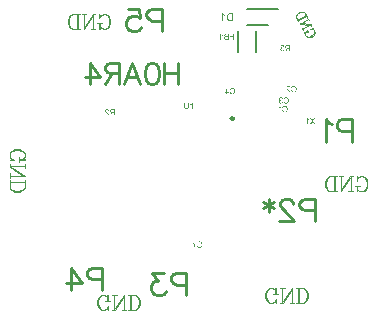
<source format=gbr>
G04*
G04 #@! TF.GenerationSoftware,Altium Limited,Altium Designer,25.8.1 (18)*
G04*
G04 Layer_Color=32896*
%FSLAX44Y44*%
%MOMM*%
G71*
G04*
G04 #@! TF.SameCoordinates,1A4DDBEB-C1CA-4CE2-9A89-746601BF3F7A*
G04*
G04*
G04 #@! TF.FilePolarity,Positive*
G04*
G01*
G75*
%ADD10C,0.2500*%
%ADD11C,0.2000*%
%ADD12C,0.1016*%
%ADD13C,0.2540*%
%ADD45C,0.0762*%
G36*
X11120Y-69086D02*
X11244Y-69092D01*
X11475Y-69131D01*
X11588Y-69153D01*
X11690Y-69182D01*
X11791Y-69210D01*
X11881Y-69238D01*
X11960Y-69266D01*
X12034Y-69295D01*
X12101Y-69323D01*
X12152Y-69345D01*
X12197Y-69368D01*
X12225Y-69385D01*
X12248Y-69390D01*
X12254Y-69396D01*
X12355Y-69458D01*
X12457Y-69526D01*
X12547Y-69599D01*
X12631Y-69672D01*
X12710Y-69751D01*
X12783Y-69825D01*
X12845Y-69903D01*
X12908Y-69971D01*
X12958Y-70044D01*
X13003Y-70106D01*
X13043Y-70163D01*
X13077Y-70214D01*
X13099Y-70259D01*
X13116Y-70287D01*
X13127Y-70309D01*
X13133Y-70315D01*
X13190Y-70428D01*
X13235Y-70552D01*
X13274Y-70670D01*
X13314Y-70789D01*
X13370Y-71031D01*
X13387Y-71144D01*
X13404Y-71251D01*
X13415Y-71353D01*
X13426Y-71443D01*
X13432Y-71527D01*
X13438Y-71601D01*
X13443Y-71657D01*
Y-71702D01*
Y-71725D01*
Y-71736D01*
X13438Y-71871D01*
X13432Y-72007D01*
X13398Y-72266D01*
X13381Y-72390D01*
X13359Y-72503D01*
X13331Y-72610D01*
X13308Y-72712D01*
X13280Y-72802D01*
X13257Y-72886D01*
X13235Y-72954D01*
X13212Y-73016D01*
X13195Y-73061D01*
X13184Y-73101D01*
X13178Y-73123D01*
X13173Y-73129D01*
X13116Y-73247D01*
X13060Y-73360D01*
X12998Y-73461D01*
X12930Y-73557D01*
X12862Y-73648D01*
X12800Y-73727D01*
X12733Y-73800D01*
X12671Y-73868D01*
X12609Y-73930D01*
X12552Y-73980D01*
X12502Y-74020D01*
X12457Y-74059D01*
X12423Y-74087D01*
X12394Y-74104D01*
X12378Y-74116D01*
X12372Y-74121D01*
X12270Y-74183D01*
X12163Y-74234D01*
X12050Y-74279D01*
X11932Y-74319D01*
X11819Y-74347D01*
X11707Y-74375D01*
X11594Y-74398D01*
X11487Y-74415D01*
X11385Y-74431D01*
X11295Y-74443D01*
X11210Y-74448D01*
X11143Y-74454D01*
X11081Y-74460D01*
X11002D01*
X10849Y-74454D01*
X10708Y-74443D01*
X10573Y-74420D01*
X10443Y-74392D01*
X10319Y-74358D01*
X10207Y-74319D01*
X10105Y-74279D01*
X10009Y-74240D01*
X9919Y-74200D01*
X9846Y-74161D01*
X9778Y-74121D01*
X9727Y-74087D01*
X9682Y-74059D01*
X9654Y-74037D01*
X9631Y-74025D01*
X9626Y-74020D01*
X9524Y-73930D01*
X9428Y-73834D01*
X9344Y-73732D01*
X9265Y-73631D01*
X9192Y-73524D01*
X9130Y-73411D01*
X9073Y-73309D01*
X9022Y-73202D01*
X8977Y-73106D01*
X8943Y-73016D01*
X8910Y-72931D01*
X8887Y-72864D01*
X8864Y-72802D01*
X8853Y-72762D01*
X8842Y-72734D01*
Y-72723D01*
X9530Y-72548D01*
X9558Y-72667D01*
X9598Y-72779D01*
X9637Y-72886D01*
X9676Y-72982D01*
X9722Y-73072D01*
X9767Y-73151D01*
X9812Y-73225D01*
X9857Y-73292D01*
X9902Y-73349D01*
X9942Y-73400D01*
X9981Y-73445D01*
X10009Y-73478D01*
X10037Y-73507D01*
X10060Y-73524D01*
X10071Y-73535D01*
X10077Y-73541D01*
X10156Y-73597D01*
X10235Y-73648D01*
X10314Y-73693D01*
X10398Y-73732D01*
X10483Y-73766D01*
X10562Y-73794D01*
X10720Y-73834D01*
X10787Y-73845D01*
X10855Y-73856D01*
X10911Y-73862D01*
X10962Y-73868D01*
X11002Y-73873D01*
X11058D01*
X11148Y-73868D01*
X11233Y-73862D01*
X11396Y-73834D01*
X11549Y-73794D01*
X11678Y-73749D01*
X11735Y-73727D01*
X11785Y-73710D01*
X11831Y-73687D01*
X11870Y-73670D01*
X11904Y-73653D01*
X11926Y-73642D01*
X11938Y-73631D01*
X11943D01*
X12017Y-73580D01*
X12084Y-73529D01*
X12208Y-73411D01*
X12310Y-73292D01*
X12394Y-73168D01*
X12457Y-73061D01*
X12485Y-73016D01*
X12507Y-72971D01*
X12519Y-72937D01*
X12530Y-72915D01*
X12541Y-72898D01*
Y-72892D01*
X12603Y-72700D01*
X12654Y-72503D01*
X12688Y-72306D01*
X12699Y-72215D01*
X12710Y-72125D01*
X12716Y-72041D01*
X12722Y-71967D01*
X12727Y-71900D01*
Y-71843D01*
X12733Y-71792D01*
Y-71759D01*
Y-71736D01*
Y-71730D01*
X12727Y-71539D01*
X12710Y-71358D01*
X12682Y-71189D01*
X12671Y-71110D01*
X12654Y-71037D01*
X12637Y-70975D01*
X12626Y-70913D01*
X12609Y-70862D01*
X12597Y-70817D01*
X12592Y-70783D01*
X12580Y-70755D01*
X12575Y-70738D01*
Y-70732D01*
X12502Y-70557D01*
X12417Y-70405D01*
X12327Y-70276D01*
X12276Y-70219D01*
X12231Y-70163D01*
X12186Y-70118D01*
X12146Y-70078D01*
X12107Y-70039D01*
X12079Y-70011D01*
X12050Y-69988D01*
X12028Y-69971D01*
X12017Y-69966D01*
X12011Y-69960D01*
X11932Y-69909D01*
X11853Y-69864D01*
X11768Y-69825D01*
X11684Y-69791D01*
X11515Y-69740D01*
X11351Y-69700D01*
X11284Y-69689D01*
X11216Y-69683D01*
X11154Y-69678D01*
X11103Y-69672D01*
X11058Y-69667D01*
X10906D01*
X10816Y-69678D01*
X10646Y-69706D01*
X10500Y-69751D01*
X10438Y-69774D01*
X10376Y-69796D01*
X10319Y-69819D01*
X10274Y-69841D01*
X10235Y-69864D01*
X10201Y-69886D01*
X10173Y-69903D01*
X10156Y-69915D01*
X10145Y-69920D01*
X10139Y-69926D01*
X10077Y-69977D01*
X10015Y-70033D01*
X9913Y-70163D01*
X9818Y-70304D01*
X9744Y-70439D01*
X9688Y-70563D01*
X9660Y-70614D01*
X9643Y-70659D01*
X9626Y-70698D01*
X9620Y-70732D01*
X9609Y-70749D01*
Y-70755D01*
X8932Y-70597D01*
X8977Y-70467D01*
X9028Y-70343D01*
X9079Y-70225D01*
X9141Y-70118D01*
X9197Y-70016D01*
X9259Y-69926D01*
X9321Y-69841D01*
X9383Y-69768D01*
X9445Y-69700D01*
X9496Y-69644D01*
X9547Y-69593D01*
X9592Y-69554D01*
X9626Y-69520D01*
X9654Y-69497D01*
X9671Y-69486D01*
X9676Y-69481D01*
X9778Y-69407D01*
X9885Y-69351D01*
X9992Y-69295D01*
X10105Y-69249D01*
X10218Y-69210D01*
X10325Y-69176D01*
X10432Y-69153D01*
X10534Y-69131D01*
X10630Y-69114D01*
X10714Y-69103D01*
X10793Y-69092D01*
X10861Y-69086D01*
X10917Y-69080D01*
X10990D01*
X11120Y-69086D01*
D02*
G37*
G36*
X8210Y-69853D02*
X5662D01*
X5752Y-69960D01*
X5842Y-70073D01*
X6011Y-70304D01*
X6169Y-70529D01*
X6242Y-70642D01*
X6310Y-70744D01*
X6367Y-70845D01*
X6423Y-70935D01*
X6468Y-71014D01*
X6513Y-71082D01*
X6541Y-71138D01*
X6564Y-71183D01*
X6581Y-71206D01*
X6586Y-71217D01*
X6739Y-71522D01*
X6868Y-71821D01*
X6930Y-71962D01*
X6981Y-72103D01*
X7032Y-72238D01*
X7077Y-72362D01*
X7117Y-72475D01*
X7150Y-72576D01*
X7179Y-72672D01*
X7201Y-72751D01*
X7224Y-72813D01*
X7235Y-72858D01*
X7241Y-72886D01*
X7246Y-72898D01*
X7286Y-73056D01*
X7325Y-73208D01*
X7353Y-73354D01*
X7382Y-73495D01*
X7404Y-73625D01*
X7421Y-73749D01*
X7438Y-73856D01*
X7449Y-73963D01*
X7461Y-74054D01*
X7466Y-74138D01*
X7472Y-74206D01*
X7477Y-74268D01*
X7483Y-74313D01*
Y-74347D01*
Y-74369D01*
Y-74375D01*
X6829D01*
X6806Y-74093D01*
X6790Y-73958D01*
X6767Y-73828D01*
X6750Y-73704D01*
X6727Y-73586D01*
X6711Y-73473D01*
X6688Y-73371D01*
X6671Y-73281D01*
X6648Y-73197D01*
X6632Y-73123D01*
X6615Y-73061D01*
X6603Y-73016D01*
X6592Y-72977D01*
X6586Y-72954D01*
Y-72948D01*
X6479Y-72604D01*
X6417Y-72435D01*
X6355Y-72272D01*
X6293Y-72119D01*
X6231Y-71967D01*
X6169Y-71826D01*
X6113Y-71697D01*
X6056Y-71578D01*
X6006Y-71471D01*
X5955Y-71375D01*
X5915Y-71296D01*
X5882Y-71229D01*
X5859Y-71183D01*
X5842Y-71155D01*
X5836Y-71144D01*
X5746Y-70986D01*
X5650Y-70834D01*
X5560Y-70687D01*
X5476Y-70557D01*
X5391Y-70434D01*
X5307Y-70315D01*
X5228Y-70208D01*
X5154Y-70112D01*
X5087Y-70027D01*
X5030Y-69954D01*
X4974Y-69892D01*
X4929Y-69836D01*
X4895Y-69796D01*
X4867Y-69763D01*
X4850Y-69746D01*
X4844Y-69740D01*
Y-69238D01*
X8210D01*
Y-69853D01*
D02*
G37*
G36*
X79995Y52901D02*
X80198Y52863D01*
X80371Y52803D01*
X80522Y52743D01*
X80589Y52705D01*
X80642Y52675D01*
X80695Y52645D01*
X80732Y52615D01*
X80762Y52593D01*
X80785Y52578D01*
X80800Y52570D01*
X80807Y52563D01*
X80950Y52420D01*
X81063Y52262D01*
X81153Y52096D01*
X81228Y51931D01*
X81273Y51788D01*
X81296Y51728D01*
X81311Y51675D01*
X81319Y51630D01*
X81326Y51600D01*
X81334Y51578D01*
Y51570D01*
X80695Y51457D01*
X80665Y51623D01*
X80619Y51766D01*
X80567Y51886D01*
X80514Y51984D01*
X80462Y52059D01*
X80416Y52112D01*
X80386Y52149D01*
X80379Y52157D01*
X80281Y52232D01*
X80176Y52292D01*
X80078Y52330D01*
X79980Y52360D01*
X79890Y52375D01*
X79822Y52390D01*
X79762D01*
X79627Y52382D01*
X79507Y52352D01*
X79401Y52314D01*
X79311Y52277D01*
X79243Y52232D01*
X79191Y52194D01*
X79153Y52164D01*
X79146Y52157D01*
X79063Y52066D01*
X79003Y51969D01*
X78965Y51871D01*
X78935Y51781D01*
X78920Y51698D01*
X78905Y51638D01*
Y51593D01*
Y51585D01*
Y51578D01*
Y51495D01*
X78920Y51420D01*
X78958Y51292D01*
X79011Y51179D01*
X79071Y51081D01*
X79131Y51014D01*
X79183Y50961D01*
X79221Y50931D01*
X79229Y50924D01*
X79236D01*
X79364Y50856D01*
X79484Y50803D01*
X79612Y50766D01*
X79725Y50743D01*
X79822Y50728D01*
X79905Y50713D01*
X80003D01*
X80033Y50721D01*
X80071D01*
X80146Y50157D01*
X80048Y50179D01*
X79958Y50194D01*
X79883Y50209D01*
X79815Y50217D01*
X79762Y50224D01*
X79695D01*
X79537Y50209D01*
X79394Y50179D01*
X79266Y50134D01*
X79161Y50082D01*
X79078Y50029D01*
X79018Y49984D01*
X78980Y49954D01*
X78965Y49939D01*
X78868Y49826D01*
X78792Y49706D01*
X78740Y49585D01*
X78710Y49465D01*
X78687Y49367D01*
X78680Y49285D01*
X78672Y49254D01*
Y49232D01*
Y49217D01*
Y49209D01*
X78687Y49044D01*
X78725Y48894D01*
X78770Y48766D01*
X78830Y48653D01*
X78890Y48563D01*
X78935Y48495D01*
X78973Y48450D01*
X78988Y48435D01*
X79108Y48330D01*
X79236Y48254D01*
X79364Y48202D01*
X79484Y48164D01*
X79589Y48142D01*
X79672Y48134D01*
X79702Y48127D01*
X79747D01*
X79883Y48134D01*
X80010Y48164D01*
X80123Y48202D01*
X80213Y48247D01*
X80289Y48285D01*
X80349Y48322D01*
X80379Y48352D01*
X80394Y48360D01*
X80484Y48465D01*
X80559Y48585D01*
X80627Y48713D01*
X80680Y48849D01*
X80717Y48961D01*
X80732Y49014D01*
X80740Y49059D01*
X80747Y49097D01*
X80755Y49127D01*
X80762Y49142D01*
Y49149D01*
X81401Y49067D01*
X81386Y48946D01*
X81364Y48833D01*
X81296Y48623D01*
X81213Y48443D01*
X81168Y48367D01*
X81123Y48292D01*
X81078Y48224D01*
X81033Y48172D01*
X80995Y48119D01*
X80958Y48082D01*
X80935Y48052D01*
X80913Y48029D01*
X80898Y48014D01*
X80890Y48006D01*
X80800Y47939D01*
X80710Y47871D01*
X80619Y47818D01*
X80522Y47773D01*
X80334Y47698D01*
X80153Y47653D01*
X80071Y47638D01*
X79995Y47623D01*
X79928Y47615D01*
X79868Y47608D01*
X79822Y47600D01*
X79755D01*
X79612Y47608D01*
X79484Y47623D01*
X79356Y47646D01*
X79236Y47676D01*
X79123Y47713D01*
X79026Y47751D01*
X78928Y47796D01*
X78845Y47841D01*
X78762Y47879D01*
X78695Y47924D01*
X78635Y47961D01*
X78589Y47999D01*
X78552Y48029D01*
X78522Y48052D01*
X78507Y48067D01*
X78499Y48074D01*
X78409Y48164D01*
X78334Y48262D01*
X78266Y48360D01*
X78206Y48457D01*
X78161Y48548D01*
X78116Y48646D01*
X78056Y48826D01*
X78041Y48909D01*
X78025Y48984D01*
X78011Y49051D01*
X78003Y49112D01*
X77996Y49157D01*
Y49194D01*
Y49217D01*
Y49224D01*
X78003Y49405D01*
X78033Y49570D01*
X78078Y49713D01*
X78123Y49833D01*
X78168Y49931D01*
X78214Y50006D01*
X78244Y50051D01*
X78251Y50066D01*
X78356Y50179D01*
X78469Y50277D01*
X78589Y50352D01*
X78710Y50412D01*
X78815Y50457D01*
X78898Y50487D01*
X78928Y50495D01*
X78950Y50503D01*
X78965Y50510D01*
X78973D01*
X78845Y50578D01*
X78740Y50645D01*
X78650Y50721D01*
X78574Y50788D01*
X78514Y50848D01*
X78469Y50901D01*
X78447Y50931D01*
X78439Y50946D01*
X78379Y51051D01*
X78334Y51157D01*
X78296Y51262D01*
X78274Y51360D01*
X78259Y51442D01*
X78251Y51502D01*
Y51548D01*
Y51563D01*
X78259Y51690D01*
X78281Y51818D01*
X78311Y51931D01*
X78349Y52029D01*
X78386Y52112D01*
X78417Y52179D01*
X78439Y52217D01*
X78447Y52232D01*
X78522Y52344D01*
X78612Y52442D01*
X78702Y52525D01*
X78792Y52600D01*
X78868Y52653D01*
X78935Y52698D01*
X78980Y52720D01*
X78988Y52728D01*
X78995D01*
X79131Y52788D01*
X79266Y52833D01*
X79401Y52871D01*
X79522Y52893D01*
X79619Y52908D01*
X79702Y52916D01*
X79890D01*
X79995Y52901D01*
D02*
G37*
G36*
X84394Y52969D02*
X84634Y52931D01*
X84845Y52886D01*
X84943Y52856D01*
X85033Y52826D01*
X85115Y52796D01*
X85191Y52766D01*
X85251Y52743D01*
X85311Y52720D01*
X85349Y52698D01*
X85379Y52683D01*
X85401Y52675D01*
X85409Y52668D01*
X85612Y52540D01*
X85785Y52390D01*
X85935Y52239D01*
X86063Y52089D01*
X86160Y51954D01*
X86198Y51893D01*
X86228Y51841D01*
X86258Y51803D01*
X86273Y51773D01*
X86281Y51751D01*
X86288Y51743D01*
X86393Y51510D01*
X86469Y51269D01*
X86521Y51029D01*
X86559Y50811D01*
X86574Y50713D01*
X86581Y50615D01*
X86589Y50540D01*
Y50465D01*
X86596Y50412D01*
Y50367D01*
Y50337D01*
Y50330D01*
X86581Y50059D01*
X86551Y49796D01*
X86514Y49563D01*
X86484Y49450D01*
X86461Y49352D01*
X86439Y49262D01*
X86409Y49179D01*
X86386Y49104D01*
X86371Y49044D01*
X86348Y48999D01*
X86341Y48961D01*
X86326Y48939D01*
Y48931D01*
X86213Y48706D01*
X86085Y48503D01*
X85950Y48330D01*
X85882Y48262D01*
X85822Y48194D01*
X85762Y48134D01*
X85702Y48082D01*
X85649Y48036D01*
X85604Y48006D01*
X85574Y47976D01*
X85544Y47954D01*
X85529Y47946D01*
X85521Y47939D01*
X85416Y47879D01*
X85311Y47826D01*
X85085Y47743D01*
X84860Y47683D01*
X84642Y47646D01*
X84537Y47631D01*
X84446Y47615D01*
X84364Y47608D01*
X84296D01*
X84236Y47600D01*
X84153D01*
X84003Y47608D01*
X83860Y47623D01*
X83724Y47638D01*
X83597Y47668D01*
X83476Y47706D01*
X83364Y47743D01*
X83258Y47781D01*
X83161Y47826D01*
X83078Y47864D01*
X82995Y47901D01*
X82935Y47939D01*
X82875Y47976D01*
X82837Y48006D01*
X82800Y48021D01*
X82785Y48036D01*
X82777Y48044D01*
X82672Y48134D01*
X82582Y48224D01*
X82499Y48330D01*
X82416Y48435D01*
X82281Y48646D01*
X82176Y48856D01*
X82131Y48954D01*
X82093Y49044D01*
X82063Y49127D01*
X82040Y49194D01*
X82018Y49254D01*
X82003Y49300D01*
X81995Y49330D01*
Y49337D01*
X82687Y49510D01*
X82717Y49390D01*
X82755Y49277D01*
X82792Y49172D01*
X82830Y49074D01*
X82875Y48984D01*
X82920Y48909D01*
X82973Y48833D01*
X83018Y48766D01*
X83055Y48706D01*
X83101Y48660D01*
X83138Y48615D01*
X83168Y48578D01*
X83198Y48555D01*
X83221Y48533D01*
X83228Y48525D01*
X83236Y48518D01*
X83311Y48457D01*
X83394Y48412D01*
X83559Y48330D01*
X83717Y48270D01*
X83875Y48232D01*
X84010Y48202D01*
X84063Y48194D01*
X84115D01*
X84161Y48187D01*
X84213D01*
X84386Y48194D01*
X84551Y48224D01*
X84702Y48262D01*
X84837Y48307D01*
X84943Y48352D01*
X84988Y48375D01*
X85025Y48390D01*
X85055Y48405D01*
X85078Y48420D01*
X85093Y48427D01*
X85100D01*
X85243Y48533D01*
X85364Y48646D01*
X85469Y48773D01*
X85552Y48894D01*
X85619Y48999D01*
X85664Y49089D01*
X85679Y49127D01*
X85694Y49149D01*
X85702Y49164D01*
Y49172D01*
X85762Y49367D01*
X85807Y49563D01*
X85845Y49758D01*
X85867Y49939D01*
X85875Y50021D01*
X85882Y50097D01*
Y50164D01*
X85890Y50217D01*
Y50262D01*
Y50300D01*
Y50322D01*
Y50330D01*
X85882Y50525D01*
X85867Y50705D01*
X85837Y50871D01*
X85807Y51021D01*
X85785Y51149D01*
X85770Y51202D01*
X85754Y51247D01*
X85747Y51284D01*
X85739Y51307D01*
X85732Y51322D01*
Y51329D01*
X85657Y51502D01*
X85574Y51660D01*
X85484Y51788D01*
X85386Y51901D01*
X85303Y51991D01*
X85236Y52051D01*
X85183Y52089D01*
X85176Y52104D01*
X85168D01*
X85010Y52202D01*
X84837Y52277D01*
X84672Y52330D01*
X84514Y52360D01*
X84371Y52382D01*
X84311Y52390D01*
X84258D01*
X84221Y52397D01*
X84161D01*
X83973Y52390D01*
X83800Y52360D01*
X83657Y52314D01*
X83529Y52269D01*
X83431Y52217D01*
X83356Y52179D01*
X83311Y52149D01*
X83296Y52134D01*
X83176Y52021D01*
X83063Y51893D01*
X82973Y51758D01*
X82898Y51623D01*
X82837Y51502D01*
X82815Y51442D01*
X82800Y51397D01*
X82785Y51360D01*
X82770Y51329D01*
X82762Y51315D01*
Y51307D01*
X82086Y51465D01*
X82131Y51600D01*
X82176Y51720D01*
X82236Y51833D01*
X82289Y51946D01*
X82349Y52044D01*
X82416Y52134D01*
X82476Y52224D01*
X82537Y52299D01*
X82597Y52360D01*
X82649Y52420D01*
X82702Y52472D01*
X82740Y52510D01*
X82777Y52547D01*
X82807Y52570D01*
X82822Y52578D01*
X82830Y52585D01*
X82935Y52653D01*
X83040Y52720D01*
X83146Y52773D01*
X83258Y52818D01*
X83484Y52886D01*
X83687Y52931D01*
X83785Y52954D01*
X83867Y52961D01*
X83950Y52969D01*
X84018Y52976D01*
X84070Y52984D01*
X84145D01*
X84394Y52969D01*
D02*
G37*
G36*
X1922Y45348D02*
Y45340D01*
Y45310D01*
Y45273D01*
Y45220D01*
X1915Y45152D01*
Y45077D01*
X1907Y44987D01*
X1900Y44897D01*
X1877Y44694D01*
X1847Y44483D01*
X1802Y44280D01*
X1772Y44183D01*
X1742Y44092D01*
Y44085D01*
X1734Y44070D01*
X1719Y44047D01*
X1704Y44017D01*
X1659Y43934D01*
X1592Y43829D01*
X1501Y43709D01*
X1396Y43589D01*
X1261Y43461D01*
X1095Y43348D01*
X1088D01*
X1073Y43333D01*
X1050Y43325D01*
X1013Y43303D01*
X968Y43280D01*
X908Y43258D01*
X847Y43235D01*
X772Y43205D01*
X689Y43175D01*
X599Y43152D01*
X501Y43130D01*
X389Y43107D01*
X276Y43092D01*
X156Y43077D01*
X-115Y43062D01*
X-183D01*
X-235Y43070D01*
X-295D01*
X-371Y43077D01*
X-453Y43085D01*
X-536Y43092D01*
X-724Y43122D01*
X-927Y43168D01*
X-1123Y43228D01*
X-1310Y43310D01*
X-1318D01*
X-1333Y43325D01*
X-1356Y43340D01*
X-1386Y43355D01*
X-1468Y43416D01*
X-1566Y43498D01*
X-1679Y43604D01*
X-1784Y43724D01*
X-1889Y43874D01*
X-1972Y44040D01*
Y44047D01*
X-1980Y44062D01*
X-1987Y44092D01*
X-2002Y44130D01*
X-2017Y44175D01*
X-2032Y44235D01*
X-2055Y44303D01*
X-2070Y44385D01*
X-2085Y44476D01*
X-2107Y44573D01*
X-2122Y44679D01*
X-2138Y44791D01*
X-2153Y44919D01*
X-2160Y45055D01*
X-2167Y45198D01*
Y45348D01*
Y48355D01*
X-1476D01*
Y45348D01*
Y45340D01*
Y45318D01*
Y45280D01*
Y45235D01*
X-1468Y45182D01*
Y45115D01*
X-1461Y44972D01*
X-1446Y44806D01*
X-1423Y44641D01*
X-1393Y44483D01*
X-1378Y44416D01*
X-1356Y44348D01*
X-1348Y44333D01*
X-1333Y44295D01*
X-1295Y44243D01*
X-1250Y44167D01*
X-1198Y44092D01*
X-1123Y44010D01*
X-1032Y43927D01*
X-927Y43859D01*
X-912Y43852D01*
X-874Y43829D01*
X-807Y43807D01*
X-716Y43776D01*
X-611Y43739D01*
X-476Y43716D01*
X-333Y43694D01*
X-175Y43686D01*
X-100D01*
X-55Y43694D01*
X13D01*
X81Y43701D01*
X246Y43731D01*
X426Y43769D01*
X599Y43829D01*
X765Y43912D01*
X840Y43965D01*
X908Y44025D01*
X915Y44032D01*
X922Y44040D01*
X938Y44062D01*
X960Y44092D01*
X983Y44137D01*
X1013Y44183D01*
X1043Y44250D01*
X1073Y44318D01*
X1103Y44401D01*
X1125Y44498D01*
X1156Y44611D01*
X1178Y44731D01*
X1201Y44867D01*
X1216Y45009D01*
X1231Y45175D01*
Y45348D01*
Y48355D01*
X1922D01*
Y45348D01*
D02*
G37*
G36*
X5215Y43152D02*
X4577D01*
Y47220D01*
X4569Y47212D01*
X4531Y47182D01*
X4486Y47137D01*
X4411Y47085D01*
X4328Y47017D01*
X4223Y46942D01*
X4103Y46859D01*
X3968Y46776D01*
X3960D01*
X3952Y46769D01*
X3907Y46739D01*
X3832Y46701D01*
X3742Y46656D01*
X3637Y46603D01*
X3524Y46551D01*
X3411Y46498D01*
X3298Y46453D01*
Y47070D01*
X3306D01*
X3321Y47085D01*
X3351Y47092D01*
X3389Y47115D01*
X3434Y47137D01*
X3486Y47167D01*
X3614Y47242D01*
X3765Y47325D01*
X3915Y47430D01*
X4073Y47551D01*
X4231Y47678D01*
X4238Y47686D01*
X4246Y47694D01*
X4268Y47716D01*
X4298Y47739D01*
X4366Y47814D01*
X4456Y47904D01*
X4546Y48009D01*
X4644Y48130D01*
X4727Y48250D01*
X4802Y48378D01*
X5215D01*
Y43152D01*
D02*
G37*
G36*
X78480Y45422D02*
X78563Y45302D01*
X78660Y45181D01*
X78751Y45076D01*
X78841Y44986D01*
X78909Y44911D01*
X78938Y44888D01*
X78961Y44866D01*
X78969Y44858D01*
X78976Y44851D01*
X79134Y44723D01*
X79292Y44603D01*
X79442Y44497D01*
X79593Y44415D01*
X79720Y44339D01*
X79773Y44309D01*
X79818Y44287D01*
X79856Y44264D01*
X79886Y44257D01*
X79901Y44242D01*
X79908D01*
Y43625D01*
X79796Y43670D01*
X79683Y43723D01*
X79570Y43776D01*
X79465Y43828D01*
X79375Y43873D01*
X79299Y43911D01*
X79254Y43941D01*
X79247Y43948D01*
X79239D01*
X79104Y44031D01*
X78984Y44114D01*
X78878Y44189D01*
X78796Y44257D01*
X78720Y44309D01*
X78675Y44355D01*
X78638Y44385D01*
X78630Y44392D01*
Y40325D01*
X77991D01*
Y45550D01*
X78405D01*
X78480Y45422D01*
D02*
G37*
G36*
X83382Y45603D02*
X83623Y45565D01*
X83833Y45520D01*
X83931Y45490D01*
X84021Y45460D01*
X84104Y45430D01*
X84179Y45400D01*
X84239Y45377D01*
X84299Y45354D01*
X84337Y45332D01*
X84367Y45317D01*
X84389Y45309D01*
X84397Y45302D01*
X84600Y45174D01*
X84773Y45024D01*
X84923Y44873D01*
X85051Y44723D01*
X85149Y44588D01*
X85186Y44527D01*
X85216Y44475D01*
X85246Y44437D01*
X85261Y44407D01*
X85269Y44385D01*
X85276Y44377D01*
X85382Y44144D01*
X85457Y43903D01*
X85510Y43663D01*
X85547Y43445D01*
X85562Y43347D01*
X85570Y43249D01*
X85577Y43174D01*
Y43099D01*
X85585Y43046D01*
Y43001D01*
Y42971D01*
Y42964D01*
X85570Y42693D01*
X85540Y42430D01*
X85502Y42197D01*
X85472Y42084D01*
X85449Y41986D01*
X85427Y41896D01*
X85397Y41813D01*
X85374Y41738D01*
X85359Y41678D01*
X85337Y41633D01*
X85329Y41595D01*
X85314Y41573D01*
Y41565D01*
X85201Y41340D01*
X85073Y41137D01*
X84938Y40964D01*
X84871Y40896D01*
X84810Y40828D01*
X84750Y40768D01*
X84690Y40716D01*
X84637Y40670D01*
X84592Y40640D01*
X84562Y40610D01*
X84532Y40588D01*
X84517Y40580D01*
X84510Y40573D01*
X84404Y40513D01*
X84299Y40460D01*
X84074Y40377D01*
X83848Y40317D01*
X83630Y40279D01*
X83525Y40265D01*
X83434Y40249D01*
X83352Y40242D01*
X83284D01*
X83224Y40234D01*
X83141D01*
X82991Y40242D01*
X82848Y40257D01*
X82713Y40272D01*
X82585Y40302D01*
X82465Y40340D01*
X82352Y40377D01*
X82247Y40415D01*
X82149Y40460D01*
X82066Y40498D01*
X81983Y40535D01*
X81923Y40573D01*
X81863Y40610D01*
X81826Y40640D01*
X81788Y40655D01*
X81773Y40670D01*
X81765Y40678D01*
X81660Y40768D01*
X81570Y40858D01*
X81487Y40964D01*
X81405Y41069D01*
X81269Y41280D01*
X81164Y41490D01*
X81119Y41588D01*
X81081Y41678D01*
X81051Y41761D01*
X81029Y41828D01*
X81006Y41888D01*
X80991Y41934D01*
X80983Y41964D01*
Y41971D01*
X81675Y42144D01*
X81705Y42024D01*
X81743Y41911D01*
X81781Y41806D01*
X81818Y41708D01*
X81863Y41618D01*
X81908Y41543D01*
X81961Y41467D01*
X82006Y41400D01*
X82044Y41340D01*
X82089Y41294D01*
X82126Y41249D01*
X82156Y41212D01*
X82186Y41189D01*
X82209Y41167D01*
X82217Y41159D01*
X82224Y41152D01*
X82299Y41091D01*
X82382Y41046D01*
X82547Y40964D01*
X82705Y40904D01*
X82863Y40866D01*
X82999Y40836D01*
X83051Y40828D01*
X83104D01*
X83149Y40821D01*
X83202D01*
X83374Y40828D01*
X83540Y40858D01*
X83690Y40896D01*
X83826Y40941D01*
X83931Y40986D01*
X83976Y41009D01*
X84013Y41024D01*
X84044Y41039D01*
X84066Y41054D01*
X84081Y41061D01*
X84089D01*
X84232Y41167D01*
X84352Y41280D01*
X84457Y41407D01*
X84540Y41528D01*
X84607Y41633D01*
X84653Y41723D01*
X84668Y41761D01*
X84683Y41783D01*
X84690Y41798D01*
Y41806D01*
X84750Y42001D01*
X84795Y42197D01*
X84833Y42392D01*
X84855Y42573D01*
X84863Y42655D01*
X84871Y42730D01*
Y42798D01*
X84878Y42851D01*
Y42896D01*
Y42934D01*
Y42956D01*
Y42964D01*
X84871Y43159D01*
X84855Y43340D01*
X84825Y43505D01*
X84795Y43655D01*
X84773Y43783D01*
X84758Y43836D01*
X84743Y43881D01*
X84735Y43918D01*
X84728Y43941D01*
X84720Y43956D01*
Y43963D01*
X84645Y44137D01*
X84562Y44294D01*
X84472Y44422D01*
X84374Y44535D01*
X84292Y44625D01*
X84224Y44685D01*
X84171Y44723D01*
X84164Y44738D01*
X84156D01*
X83998Y44836D01*
X83826Y44911D01*
X83660Y44963D01*
X83502Y44994D01*
X83359Y45016D01*
X83299Y45024D01*
X83247D01*
X83209Y45031D01*
X83149D01*
X82961Y45024D01*
X82788Y44994D01*
X82645Y44948D01*
X82517Y44903D01*
X82420Y44851D01*
X82344Y44813D01*
X82299Y44783D01*
X82284Y44768D01*
X82164Y44655D01*
X82051Y44527D01*
X81961Y44392D01*
X81886Y44257D01*
X81826Y44137D01*
X81803Y44076D01*
X81788Y44031D01*
X81773Y43994D01*
X81758Y43963D01*
X81750Y43948D01*
Y43941D01*
X81074Y44099D01*
X81119Y44234D01*
X81164Y44355D01*
X81224Y44467D01*
X81277Y44580D01*
X81337Y44678D01*
X81405Y44768D01*
X81465Y44858D01*
X81525Y44933D01*
X81585Y44994D01*
X81638Y45054D01*
X81690Y45106D01*
X81728Y45144D01*
X81765Y45181D01*
X81796Y45204D01*
X81811Y45212D01*
X81818Y45219D01*
X81923Y45287D01*
X82029Y45354D01*
X82134Y45407D01*
X82247Y45452D01*
X82472Y45520D01*
X82675Y45565D01*
X82773Y45588D01*
X82856Y45595D01*
X82938Y45603D01*
X83006Y45610D01*
X83059Y45618D01*
X83134D01*
X83382Y45603D01*
D02*
G37*
G36*
X102269Y35262D02*
X102352Y35142D01*
X102449Y35021D01*
X102540Y34916D01*
X102630Y34826D01*
X102697Y34751D01*
X102728Y34728D01*
X102750Y34706D01*
X102758Y34698D01*
X102765Y34691D01*
X102923Y34563D01*
X103081Y34443D01*
X103231Y34337D01*
X103382Y34255D01*
X103510Y34179D01*
X103562Y34149D01*
X103607Y34127D01*
X103645Y34104D01*
X103675Y34097D01*
X103690Y34082D01*
X103698D01*
Y33465D01*
X103585Y33510D01*
X103472Y33563D01*
X103359Y33615D01*
X103254Y33668D01*
X103164Y33713D01*
X103089Y33751D01*
X103043Y33781D01*
X103036Y33788D01*
X103028D01*
X102893Y33871D01*
X102773Y33954D01*
X102668Y34029D01*
X102585Y34097D01*
X102510Y34149D01*
X102465Y34194D01*
X102427Y34224D01*
X102419Y34232D01*
Y30164D01*
X101780D01*
Y35390D01*
X102194D01*
X102269Y35262D01*
D02*
G37*
G36*
X107299Y32856D02*
X109306Y30164D01*
X108479D01*
X107163Y31969D01*
X107133Y32014D01*
X107096Y32067D01*
X107013Y32187D01*
X106975Y32247D01*
X106945Y32292D01*
X106923Y32322D01*
X106915Y32330D01*
X106840Y32217D01*
X106772Y32112D01*
X106742Y32074D01*
X106727Y32044D01*
X106712Y32022D01*
X106705Y32014D01*
X105389Y30164D01*
X104539D01*
X106487Y32886D01*
X104682Y35367D01*
X105434D01*
X106472Y33984D01*
X106562Y33871D01*
X106637Y33766D01*
X106712Y33661D01*
X106772Y33578D01*
X106825Y33503D01*
X106863Y33442D01*
X106885Y33412D01*
X106893Y33397D01*
X106945Y33488D01*
X107006Y33585D01*
X107073Y33691D01*
X107141Y33796D01*
X107209Y33886D01*
X107254Y33961D01*
X107276Y33991D01*
X107291Y34014D01*
X107306Y34021D01*
Y34029D01*
X108254Y35367D01*
X109073D01*
X107299Y32856D01*
D02*
G37*
G36*
X81371Y97131D02*
X81574Y97093D01*
X81747Y97033D01*
X81897Y96973D01*
X81965Y96935D01*
X82017Y96905D01*
X82070Y96875D01*
X82107Y96845D01*
X82137Y96823D01*
X82160Y96807D01*
X82175Y96800D01*
X82183Y96792D01*
X82325Y96650D01*
X82438Y96492D01*
X82528Y96326D01*
X82604Y96161D01*
X82649Y96018D01*
X82671Y95958D01*
X82686Y95905D01*
X82694Y95860D01*
X82701Y95830D01*
X82709Y95808D01*
Y95800D01*
X82070Y95687D01*
X82040Y95853D01*
X81995Y95995D01*
X81942Y96116D01*
X81889Y96214D01*
X81837Y96289D01*
X81792Y96341D01*
X81762Y96379D01*
X81754Y96386D01*
X81656Y96462D01*
X81551Y96522D01*
X81453Y96559D01*
X81356Y96589D01*
X81265Y96604D01*
X81198Y96620D01*
X81138D01*
X81002Y96612D01*
X80882Y96582D01*
X80777Y96544D01*
X80687Y96507D01*
X80619Y96462D01*
X80566Y96424D01*
X80529Y96394D01*
X80521Y96386D01*
X80438Y96296D01*
X80378Y96198D01*
X80341Y96101D01*
X80310Y96011D01*
X80295Y95928D01*
X80281Y95868D01*
Y95822D01*
Y95815D01*
Y95808D01*
Y95725D01*
X80295Y95650D01*
X80333Y95522D01*
X80386Y95409D01*
X80446Y95311D01*
X80506Y95244D01*
X80559Y95191D01*
X80596Y95161D01*
X80604Y95153D01*
X80611D01*
X80739Y95086D01*
X80859Y95033D01*
X80987Y94995D01*
X81100Y94973D01*
X81198Y94958D01*
X81280Y94943D01*
X81378D01*
X81408Y94950D01*
X81446D01*
X81521Y94387D01*
X81423Y94409D01*
X81333Y94424D01*
X81258Y94439D01*
X81190Y94447D01*
X81138Y94454D01*
X81070D01*
X80912Y94439D01*
X80769Y94409D01*
X80641Y94364D01*
X80536Y94311D01*
X80453Y94259D01*
X80393Y94214D01*
X80356Y94184D01*
X80341Y94169D01*
X80243Y94056D01*
X80168Y93935D01*
X80115Y93815D01*
X80085Y93695D01*
X80062Y93597D01*
X80055Y93514D01*
X80047Y93484D01*
Y93462D01*
Y93447D01*
Y93439D01*
X80062Y93274D01*
X80100Y93123D01*
X80145Y92996D01*
X80205Y92883D01*
X80265Y92793D01*
X80310Y92725D01*
X80348Y92680D01*
X80363Y92665D01*
X80484Y92559D01*
X80611Y92484D01*
X80739Y92432D01*
X80859Y92394D01*
X80965Y92372D01*
X81047Y92364D01*
X81077Y92357D01*
X81123D01*
X81258Y92364D01*
X81386Y92394D01*
X81498Y92432D01*
X81589Y92477D01*
X81664Y92514D01*
X81724Y92552D01*
X81754Y92582D01*
X81769Y92590D01*
X81859Y92695D01*
X81934Y92815D01*
X82002Y92943D01*
X82055Y93078D01*
X82092Y93191D01*
X82107Y93244D01*
X82115Y93289D01*
X82122Y93326D01*
X82130Y93357D01*
X82137Y93371D01*
Y93379D01*
X82777Y93296D01*
X82761Y93176D01*
X82739Y93063D01*
X82671Y92853D01*
X82589Y92672D01*
X82543Y92597D01*
X82498Y92522D01*
X82453Y92454D01*
X82408Y92402D01*
X82371Y92349D01*
X82333Y92311D01*
X82310Y92281D01*
X82288Y92259D01*
X82273Y92244D01*
X82265Y92236D01*
X82175Y92169D01*
X82085Y92101D01*
X81995Y92048D01*
X81897Y92003D01*
X81709Y91928D01*
X81529Y91883D01*
X81446Y91868D01*
X81371Y91853D01*
X81303Y91845D01*
X81243Y91838D01*
X81198Y91830D01*
X81130D01*
X80987Y91838D01*
X80859Y91853D01*
X80732Y91875D01*
X80611Y91905D01*
X80499Y91943D01*
X80401Y91981D01*
X80303Y92026D01*
X80220Y92071D01*
X80138Y92108D01*
X80070Y92154D01*
X80010Y92191D01*
X79965Y92229D01*
X79927Y92259D01*
X79897Y92281D01*
X79882Y92296D01*
X79875Y92304D01*
X79784Y92394D01*
X79709Y92492D01*
X79641Y92590D01*
X79581Y92687D01*
X79536Y92778D01*
X79491Y92875D01*
X79431Y93056D01*
X79416Y93138D01*
X79401Y93214D01*
X79386Y93281D01*
X79378Y93341D01*
X79371Y93387D01*
Y93424D01*
Y93447D01*
Y93454D01*
X79378Y93635D01*
X79408Y93800D01*
X79453Y93943D01*
X79499Y94063D01*
X79544Y94161D01*
X79589Y94236D01*
X79619Y94281D01*
X79626Y94296D01*
X79732Y94409D01*
X79844Y94507D01*
X79965Y94582D01*
X80085Y94642D01*
X80190Y94687D01*
X80273Y94717D01*
X80303Y94725D01*
X80326Y94732D01*
X80341Y94740D01*
X80348D01*
X80220Y94808D01*
X80115Y94875D01*
X80025Y94950D01*
X79950Y95018D01*
X79889Y95078D01*
X79844Y95131D01*
X79822Y95161D01*
X79814Y95176D01*
X79754Y95281D01*
X79709Y95386D01*
X79672Y95492D01*
X79649Y95589D01*
X79634Y95672D01*
X79626Y95732D01*
Y95777D01*
Y95792D01*
X79634Y95920D01*
X79656Y96048D01*
X79686Y96161D01*
X79724Y96259D01*
X79762Y96341D01*
X79792Y96409D01*
X79814Y96447D01*
X79822Y96462D01*
X79897Y96574D01*
X79987Y96672D01*
X80077Y96755D01*
X80168Y96830D01*
X80243Y96883D01*
X80310Y96928D01*
X80356Y96950D01*
X80363Y96958D01*
X80371D01*
X80506Y97018D01*
X80641Y97063D01*
X80777Y97101D01*
X80897Y97123D01*
X80995Y97138D01*
X81077Y97146D01*
X81265D01*
X81371Y97131D01*
D02*
G37*
G36*
X87761Y91920D02*
X87070D01*
Y94229D01*
X86182D01*
X86100Y94221D01*
X86040D01*
X85987Y94214D01*
X85949Y94206D01*
X85919D01*
X85904Y94199D01*
X85897D01*
X85776Y94161D01*
X85724Y94138D01*
X85679Y94116D01*
X85634Y94093D01*
X85604Y94078D01*
X85588Y94071D01*
X85581Y94063D01*
X85521Y94018D01*
X85461Y93966D01*
X85348Y93853D01*
X85295Y93800D01*
X85258Y93755D01*
X85235Y93725D01*
X85228Y93717D01*
X85152Y93612D01*
X85070Y93499D01*
X84987Y93379D01*
X84904Y93266D01*
X84837Y93161D01*
X84784Y93078D01*
X84761Y93048D01*
X84746Y93026D01*
X84731Y93011D01*
Y93003D01*
X84047Y91920D01*
X83190D01*
X84085Y93334D01*
X84190Y93484D01*
X84288Y93620D01*
X84385Y93732D01*
X84468Y93838D01*
X84543Y93913D01*
X84604Y93973D01*
X84641Y94011D01*
X84656Y94026D01*
X84716Y94071D01*
X84784Y94123D01*
X84919Y94206D01*
X84979Y94236D01*
X85025Y94266D01*
X85055Y94281D01*
X85070Y94289D01*
X84934Y94311D01*
X84806Y94334D01*
X84694Y94372D01*
X84581Y94402D01*
X84483Y94439D01*
X84393Y94484D01*
X84310Y94522D01*
X84235Y94559D01*
X84175Y94605D01*
X84115Y94642D01*
X84070Y94672D01*
X84032Y94702D01*
X84002Y94725D01*
X83980Y94747D01*
X83972Y94755D01*
X83965Y94762D01*
X83904Y94838D01*
X83844Y94913D01*
X83754Y95071D01*
X83694Y95229D01*
X83649Y95379D01*
X83619Y95507D01*
X83611Y95559D01*
Y95612D01*
X83604Y95650D01*
Y95680D01*
Y95695D01*
Y95702D01*
X83611Y95860D01*
X83634Y96003D01*
X83671Y96138D01*
X83709Y96251D01*
X83754Y96349D01*
X83784Y96424D01*
X83814Y96469D01*
X83822Y96477D01*
Y96484D01*
X83912Y96604D01*
X84002Y96710D01*
X84100Y96800D01*
X84190Y96868D01*
X84273Y96920D01*
X84340Y96950D01*
X84385Y96973D01*
X84393Y96980D01*
X84401D01*
X84468Y97003D01*
X84551Y97025D01*
X84716Y97063D01*
X84897Y97086D01*
X85062Y97108D01*
X85220Y97116D01*
X85288D01*
X85348Y97123D01*
X87761D01*
Y91920D01*
D02*
G37*
G36*
X-67165Y42737D02*
X-67037Y42730D01*
X-66916Y42707D01*
X-66804Y42684D01*
X-66698Y42654D01*
X-66601Y42624D01*
X-66511Y42587D01*
X-66428Y42549D01*
X-66353Y42512D01*
X-66293Y42474D01*
X-66240Y42444D01*
X-66195Y42414D01*
X-66157Y42391D01*
X-66135Y42369D01*
X-66120Y42361D01*
X-66112Y42354D01*
X-66037Y42278D01*
X-65969Y42196D01*
X-65901Y42106D01*
X-65849Y42015D01*
X-65759Y41835D01*
X-65698Y41655D01*
X-65676Y41572D01*
X-65653Y41489D01*
X-65638Y41421D01*
X-65623Y41361D01*
X-65616Y41309D01*
Y41271D01*
X-65608Y41248D01*
Y41241D01*
X-66262Y41173D01*
X-66277Y41346D01*
X-66308Y41497D01*
X-66353Y41632D01*
X-66405Y41737D01*
X-66450Y41827D01*
X-66495Y41887D01*
X-66526Y41925D01*
X-66541Y41940D01*
X-66653Y42030D01*
X-66774Y42098D01*
X-66901Y42151D01*
X-67014Y42181D01*
X-67119Y42203D01*
X-67210Y42211D01*
X-67240Y42218D01*
X-67285D01*
X-67443Y42211D01*
X-67586Y42181D01*
X-67706Y42136D01*
X-67811Y42091D01*
X-67894Y42038D01*
X-67947Y42000D01*
X-67984Y41970D01*
X-67999Y41955D01*
X-68089Y41850D01*
X-68157Y41745D01*
X-68210Y41639D01*
X-68240Y41534D01*
X-68262Y41452D01*
X-68270Y41376D01*
X-68277Y41331D01*
Y41324D01*
Y41316D01*
X-68262Y41181D01*
X-68232Y41038D01*
X-68180Y40910D01*
X-68127Y40790D01*
X-68067Y40692D01*
X-68014Y40609D01*
X-67999Y40579D01*
X-67984Y40557D01*
X-67969Y40549D01*
Y40542D01*
X-67909Y40459D01*
X-67834Y40376D01*
X-67751Y40286D01*
X-67661Y40196D01*
X-67473Y40016D01*
X-67285Y39835D01*
X-67187Y39752D01*
X-67105Y39677D01*
X-67022Y39609D01*
X-66954Y39549D01*
X-66901Y39504D01*
X-66856Y39467D01*
X-66826Y39444D01*
X-66819Y39437D01*
X-66631Y39279D01*
X-66458Y39128D01*
X-66315Y38993D01*
X-66202Y38880D01*
X-66104Y38782D01*
X-66037Y38715D01*
X-65999Y38670D01*
X-65984Y38662D01*
Y38655D01*
X-65879Y38527D01*
X-65796Y38407D01*
X-65721Y38286D01*
X-65661Y38181D01*
X-65616Y38091D01*
X-65586Y38023D01*
X-65571Y37978D01*
X-65563Y37970D01*
Y37963D01*
X-65533Y37880D01*
X-65518Y37805D01*
X-65503Y37730D01*
X-65496Y37662D01*
X-65488Y37602D01*
Y37557D01*
Y37527D01*
Y37519D01*
X-68939D01*
Y38136D01*
X-66375D01*
X-66465Y38264D01*
X-66511Y38316D01*
X-66548Y38369D01*
X-66586Y38414D01*
X-66616Y38444D01*
X-66638Y38467D01*
X-66646Y38474D01*
X-66683Y38512D01*
X-66729Y38549D01*
X-66834Y38647D01*
X-66954Y38760D01*
X-67082Y38873D01*
X-67202Y38970D01*
X-67255Y39016D01*
X-67300Y39061D01*
X-67337Y39091D01*
X-67368Y39113D01*
X-67383Y39128D01*
X-67390Y39136D01*
X-67510Y39241D01*
X-67631Y39339D01*
X-67736Y39437D01*
X-67834Y39519D01*
X-67924Y39602D01*
X-67999Y39677D01*
X-68074Y39745D01*
X-68134Y39805D01*
X-68195Y39865D01*
X-68240Y39910D01*
X-68277Y39948D01*
X-68315Y39985D01*
X-68352Y40030D01*
X-68368Y40045D01*
X-68473Y40173D01*
X-68563Y40286D01*
X-68638Y40399D01*
X-68698Y40489D01*
X-68744Y40572D01*
X-68773Y40632D01*
X-68789Y40670D01*
X-68796Y40685D01*
X-68841Y40797D01*
X-68871Y40910D01*
X-68901Y41015D01*
X-68916Y41106D01*
X-68924Y41188D01*
X-68931Y41248D01*
Y41286D01*
Y41301D01*
X-68924Y41414D01*
X-68909Y41519D01*
X-68894Y41624D01*
X-68864Y41715D01*
X-68789Y41895D01*
X-68713Y42038D01*
X-68668Y42106D01*
X-68631Y42158D01*
X-68593Y42211D01*
X-68555Y42248D01*
X-68525Y42278D01*
X-68510Y42309D01*
X-68495Y42316D01*
X-68488Y42324D01*
X-68405Y42399D01*
X-68315Y42467D01*
X-68217Y42519D01*
X-68119Y42564D01*
X-67924Y42639D01*
X-67729Y42692D01*
X-67646Y42707D01*
X-67563Y42722D01*
X-67488Y42730D01*
X-67428Y42737D01*
X-67375Y42745D01*
X-67300D01*
X-67165Y42737D01*
D02*
G37*
G36*
X-60601Y37519D02*
X-61293D01*
Y39827D01*
X-62180D01*
X-62263Y39820D01*
X-62323D01*
X-62375Y39813D01*
X-62413Y39805D01*
X-62443D01*
X-62458Y39797D01*
X-62466D01*
X-62586Y39760D01*
X-62639Y39737D01*
X-62684Y39715D01*
X-62729Y39692D01*
X-62759Y39677D01*
X-62774Y39670D01*
X-62781Y39662D01*
X-62842Y39617D01*
X-62902Y39564D01*
X-63014Y39452D01*
X-63067Y39399D01*
X-63105Y39354D01*
X-63127Y39324D01*
X-63135Y39316D01*
X-63210Y39211D01*
X-63293Y39098D01*
X-63375Y38978D01*
X-63458Y38865D01*
X-63526Y38760D01*
X-63578Y38677D01*
X-63601Y38647D01*
X-63616Y38625D01*
X-63631Y38609D01*
Y38602D01*
X-64315Y37519D01*
X-65172D01*
X-64278Y38933D01*
X-64172Y39083D01*
X-64075Y39218D01*
X-63977Y39331D01*
X-63894Y39437D01*
X-63819Y39512D01*
X-63759Y39572D01*
X-63721Y39609D01*
X-63706Y39625D01*
X-63646Y39670D01*
X-63578Y39722D01*
X-63443Y39805D01*
X-63383Y39835D01*
X-63338Y39865D01*
X-63308Y39880D01*
X-63293Y39888D01*
X-63428Y39910D01*
X-63556Y39933D01*
X-63669Y39970D01*
X-63781Y40000D01*
X-63879Y40038D01*
X-63969Y40083D01*
X-64052Y40121D01*
X-64127Y40158D01*
X-64187Y40203D01*
X-64247Y40241D01*
X-64293Y40271D01*
X-64330Y40301D01*
X-64360Y40324D01*
X-64383Y40346D01*
X-64390Y40354D01*
X-64398Y40361D01*
X-64458Y40437D01*
X-64518Y40512D01*
X-64608Y40670D01*
X-64668Y40827D01*
X-64714Y40978D01*
X-64744Y41106D01*
X-64751Y41158D01*
Y41211D01*
X-64759Y41248D01*
Y41279D01*
Y41294D01*
Y41301D01*
X-64751Y41459D01*
X-64729Y41602D01*
X-64691Y41737D01*
X-64654Y41850D01*
X-64608Y41948D01*
X-64578Y42023D01*
X-64548Y42068D01*
X-64541Y42076D01*
Y42083D01*
X-64450Y42203D01*
X-64360Y42309D01*
X-64262Y42399D01*
X-64172Y42467D01*
X-64090Y42519D01*
X-64022Y42549D01*
X-63977Y42572D01*
X-63969Y42579D01*
X-63962D01*
X-63894Y42602D01*
X-63811Y42624D01*
X-63646Y42662D01*
X-63466Y42684D01*
X-63300Y42707D01*
X-63142Y42715D01*
X-63075D01*
X-63014Y42722D01*
X-60601D01*
Y37519D01*
D02*
G37*
G36*
X29076Y106625D02*
X29159Y106504D01*
X29256Y106384D01*
X29347Y106279D01*
X29437Y106189D01*
X29504Y106114D01*
X29535Y106091D01*
X29557Y106068D01*
X29565Y106061D01*
X29572Y106053D01*
X29730Y105926D01*
X29888Y105805D01*
X30038Y105700D01*
X30189Y105617D01*
X30317Y105542D01*
X30369Y105512D01*
X30414Y105490D01*
X30452Y105467D01*
X30482Y105459D01*
X30497Y105444D01*
X30505D01*
Y104828D01*
X30392Y104873D01*
X30279Y104926D01*
X30166Y104978D01*
X30061Y105031D01*
X29971Y105076D01*
X29896Y105114D01*
X29850Y105144D01*
X29843Y105151D01*
X29835D01*
X29700Y105234D01*
X29580Y105317D01*
X29474Y105392D01*
X29392Y105459D01*
X29317Y105512D01*
X29272Y105557D01*
X29234Y105587D01*
X29226Y105595D01*
Y101527D01*
X28587D01*
Y106753D01*
X29001D01*
X29076Y106625D01*
D02*
G37*
G36*
X39993Y101527D02*
X39301D01*
Y103888D01*
X36858D01*
Y104505D01*
X39301D01*
Y106114D01*
X36474D01*
Y106730D01*
X39993D01*
Y101527D01*
D02*
G37*
G36*
X35610D02*
X33625D01*
X33444Y101535D01*
X33286Y101542D01*
X33143Y101557D01*
X33023Y101573D01*
X32925Y101587D01*
X32850Y101595D01*
X32805Y101610D01*
X32790D01*
X32662Y101648D01*
X32557Y101685D01*
X32459Y101730D01*
X32377Y101776D01*
X32309Y101805D01*
X32256Y101836D01*
X32226Y101858D01*
X32219Y101866D01*
X32136Y101933D01*
X32061Y102016D01*
X32001Y102099D01*
X31941Y102174D01*
X31895Y102249D01*
X31865Y102302D01*
X31843Y102339D01*
X31835Y102354D01*
X31783Y102475D01*
X31745Y102595D01*
X31715Y102708D01*
X31700Y102813D01*
X31685Y102903D01*
X31677Y102978D01*
Y103024D01*
Y103031D01*
Y103039D01*
X31685Y103204D01*
X31715Y103354D01*
X31760Y103482D01*
X31805Y103602D01*
X31850Y103693D01*
X31895Y103760D01*
X31925Y103805D01*
X31933Y103820D01*
X32038Y103941D01*
X32151Y104038D01*
X32279Y104121D01*
X32392Y104189D01*
X32497Y104242D01*
X32587Y104272D01*
X32617Y104287D01*
X32640Y104294D01*
X32655Y104302D01*
X32662D01*
X32534Y104377D01*
X32422Y104452D01*
X32332Y104535D01*
X32256Y104610D01*
X32196Y104670D01*
X32151Y104730D01*
X32129Y104760D01*
X32121Y104775D01*
X32061Y104888D01*
X32016Y104993D01*
X31978Y105099D01*
X31955Y105196D01*
X31941Y105279D01*
X31933Y105347D01*
Y105384D01*
Y105399D01*
X31941Y105527D01*
X31963Y105655D01*
X32001Y105768D01*
X32038Y105873D01*
X32076Y105963D01*
X32113Y106023D01*
X32136Y106068D01*
X32143Y106083D01*
X32226Y106196D01*
X32316Y106301D01*
X32414Y106384D01*
X32504Y106452D01*
X32580Y106504D01*
X32647Y106542D01*
X32692Y106565D01*
X32700Y106572D01*
X32707D01*
X32850Y106625D01*
X33008Y106662D01*
X33166Y106692D01*
X33316Y106707D01*
X33452Y106723D01*
X33512D01*
X33565Y106730D01*
X35610D01*
Y101527D01*
D02*
G37*
G36*
X30788Y124000D02*
X30893Y123845D01*
X31013Y123697D01*
X31132Y123571D01*
X31238Y123451D01*
X31287Y123409D01*
X31322Y123366D01*
X31358Y123331D01*
X31386Y123310D01*
X31400Y123296D01*
X31407Y123289D01*
X31597Y123127D01*
X31801Y122987D01*
X31998Y122853D01*
X32181Y122740D01*
X32258Y122698D01*
X32336Y122656D01*
X32406Y122614D01*
X32462Y122586D01*
X32511Y122564D01*
X32547Y122543D01*
X32568Y122536D01*
X32575Y122529D01*
Y121762D01*
X32434Y121819D01*
X32286Y121882D01*
X32146Y121952D01*
X32019Y122016D01*
X31906Y122079D01*
X31857Y122100D01*
X31815Y122128D01*
X31780Y122142D01*
X31758Y122156D01*
X31744Y122170D01*
X31737D01*
X31569Y122276D01*
X31421Y122374D01*
X31287Y122466D01*
X31182Y122550D01*
X31090Y122621D01*
X31027Y122670D01*
X30992Y122705D01*
X30978Y122719D01*
Y117646D01*
X30182D01*
Y124162D01*
X30696D01*
X30788Y124000D01*
D02*
G37*
G36*
X39413Y117646D02*
X37071D01*
X36860Y117654D01*
X36662Y117661D01*
X36487Y117682D01*
X36332Y117703D01*
X36268Y117710D01*
X36212Y117717D01*
X36156Y117731D01*
X36114Y117738D01*
X36079Y117745D01*
X36057D01*
X36043Y117752D01*
X36036D01*
X35875Y117801D01*
X35720Y117851D01*
X35586Y117907D01*
X35473Y117956D01*
X35382Y118005D01*
X35312Y118040D01*
X35269Y118069D01*
X35262Y118076D01*
X35255D01*
X35136Y118167D01*
X35023Y118258D01*
X34925Y118357D01*
X34840Y118455D01*
X34763Y118540D01*
X34714Y118603D01*
X34692Y118631D01*
X34678Y118652D01*
X34664Y118660D01*
Y118667D01*
X34566Y118814D01*
X34481Y118969D01*
X34404Y119131D01*
X34341Y119279D01*
X34291Y119412D01*
X34270Y119469D01*
X34249Y119518D01*
X34242Y119553D01*
X34228Y119581D01*
X34221Y119602D01*
Y119609D01*
X34165Y119835D01*
X34123Y120060D01*
X34087Y120278D01*
X34066Y120482D01*
X34059Y120573D01*
X34052Y120658D01*
Y120735D01*
X34045Y120799D01*
Y120855D01*
Y120890D01*
Y120918D01*
Y120925D01*
X34059Y121242D01*
X34066Y121390D01*
X34087Y121530D01*
X34109Y121664D01*
X34130Y121791D01*
X34151Y121910D01*
X34172Y122023D01*
X34200Y122121D01*
X34221Y122206D01*
X34242Y122283D01*
X34263Y122346D01*
X34284Y122396D01*
X34291Y122438D01*
X34306Y122459D01*
Y122466D01*
X34411Y122705D01*
X34531Y122923D01*
X34594Y123022D01*
X34657Y123113D01*
X34721Y123198D01*
X34784Y123275D01*
X34840Y123345D01*
X34897Y123402D01*
X34946Y123458D01*
X34988Y123500D01*
X35023Y123535D01*
X35051Y123556D01*
X35065Y123571D01*
X35072Y123578D01*
X35227Y123697D01*
X35389Y123796D01*
X35544Y123873D01*
X35691Y123936D01*
X35825Y123986D01*
X35882Y124000D01*
X35931Y124014D01*
X35966Y124028D01*
X35994Y124035D01*
X36015Y124042D01*
X36022D01*
X36100Y124056D01*
X36184Y124077D01*
X36374Y124098D01*
X36564Y124119D01*
X36754Y124126D01*
X36838Y124133D01*
X36923D01*
X36993Y124141D01*
X39413D01*
Y117646D01*
D02*
G37*
G36*
X38916Y60843D02*
X39157Y60805D01*
X39367Y60760D01*
X39465Y60730D01*
X39555Y60700D01*
X39638Y60670D01*
X39713Y60640D01*
X39773Y60617D01*
X39834Y60594D01*
X39871Y60572D01*
X39901Y60557D01*
X39924Y60549D01*
X39931Y60542D01*
X40134Y60414D01*
X40307Y60264D01*
X40458Y60113D01*
X40585Y59963D01*
X40683Y59828D01*
X40721Y59767D01*
X40751Y59715D01*
X40781Y59677D01*
X40796Y59647D01*
X40803Y59625D01*
X40811Y59617D01*
X40916Y59384D01*
X40991Y59143D01*
X41044Y58903D01*
X41082Y58685D01*
X41097Y58587D01*
X41104Y58489D01*
X41112Y58414D01*
Y58339D01*
X41119Y58286D01*
Y58241D01*
Y58211D01*
Y58204D01*
X41104Y57933D01*
X41074Y57670D01*
X41037Y57437D01*
X41006Y57324D01*
X40984Y57226D01*
X40961Y57136D01*
X40931Y57053D01*
X40909Y56978D01*
X40894Y56918D01*
X40871Y56873D01*
X40864Y56835D01*
X40849Y56813D01*
Y56805D01*
X40736Y56580D01*
X40608Y56377D01*
X40473Y56204D01*
X40405Y56136D01*
X40345Y56068D01*
X40285Y56008D01*
X40225Y55956D01*
X40172Y55911D01*
X40127Y55880D01*
X40097Y55850D01*
X40067Y55828D01*
X40052Y55820D01*
X40044Y55813D01*
X39939Y55753D01*
X39834Y55700D01*
X39608Y55617D01*
X39383Y55557D01*
X39165Y55519D01*
X39059Y55504D01*
X38969Y55489D01*
X38886Y55482D01*
X38819D01*
X38758Y55474D01*
X38676D01*
X38525Y55482D01*
X38382Y55497D01*
X38247Y55512D01*
X38119Y55542D01*
X37999Y55580D01*
X37886Y55617D01*
X37781Y55655D01*
X37683Y55700D01*
X37601Y55738D01*
X37518Y55775D01*
X37458Y55813D01*
X37398Y55850D01*
X37360Y55880D01*
X37322Y55895D01*
X37307Y55911D01*
X37300Y55918D01*
X37195Y56008D01*
X37104Y56098D01*
X37022Y56204D01*
X36939Y56309D01*
X36804Y56519D01*
X36698Y56730D01*
X36653Y56828D01*
X36616Y56918D01*
X36586Y57001D01*
X36563Y57068D01*
X36541Y57129D01*
X36525Y57174D01*
X36518Y57204D01*
Y57211D01*
X37210Y57384D01*
X37240Y57264D01*
X37277Y57151D01*
X37315Y57046D01*
X37352Y56948D01*
X37398Y56858D01*
X37443Y56783D01*
X37495Y56707D01*
X37541Y56640D01*
X37578Y56580D01*
X37623Y56535D01*
X37661Y56489D01*
X37691Y56452D01*
X37721Y56429D01*
X37743Y56407D01*
X37751Y56399D01*
X37759Y56392D01*
X37834Y56332D01*
X37916Y56286D01*
X38082Y56204D01*
X38240Y56144D01*
X38398Y56106D01*
X38533Y56076D01*
X38586Y56068D01*
X38638D01*
X38683Y56061D01*
X38736D01*
X38909Y56068D01*
X39074Y56098D01*
X39225Y56136D01*
X39360Y56181D01*
X39465Y56226D01*
X39510Y56249D01*
X39548Y56264D01*
X39578Y56279D01*
X39601Y56294D01*
X39616Y56301D01*
X39623D01*
X39766Y56407D01*
X39886Y56519D01*
X39992Y56647D01*
X40074Y56768D01*
X40142Y56873D01*
X40187Y56963D01*
X40202Y57001D01*
X40217Y57023D01*
X40225Y57038D01*
Y57046D01*
X40285Y57241D01*
X40330Y57437D01*
X40367Y57632D01*
X40390Y57813D01*
X40398Y57895D01*
X40405Y57970D01*
Y58038D01*
X40413Y58091D01*
Y58136D01*
Y58173D01*
Y58196D01*
Y58204D01*
X40405Y58399D01*
X40390Y58580D01*
X40360Y58745D01*
X40330Y58895D01*
X40307Y59023D01*
X40292Y59076D01*
X40277Y59121D01*
X40270Y59158D01*
X40262Y59181D01*
X40255Y59196D01*
Y59204D01*
X40179Y59377D01*
X40097Y59534D01*
X40006Y59662D01*
X39909Y59775D01*
X39826Y59865D01*
X39758Y59925D01*
X39706Y59963D01*
X39698Y59978D01*
X39691D01*
X39533Y60076D01*
X39360Y60151D01*
X39195Y60203D01*
X39037Y60234D01*
X38894Y60256D01*
X38834Y60264D01*
X38781D01*
X38743Y60271D01*
X38683D01*
X38495Y60264D01*
X38322Y60234D01*
X38180Y60188D01*
X38052Y60143D01*
X37954Y60091D01*
X37879Y60053D01*
X37834Y60023D01*
X37819Y60008D01*
X37698Y59895D01*
X37586Y59767D01*
X37495Y59632D01*
X37420Y59497D01*
X37360Y59377D01*
X37338Y59316D01*
X37322Y59271D01*
X37307Y59234D01*
X37292Y59204D01*
X37285Y59188D01*
Y59181D01*
X36608Y59339D01*
X36653Y59474D01*
X36698Y59594D01*
X36759Y59707D01*
X36811Y59820D01*
X36871Y59918D01*
X36939Y60008D01*
X36999Y60098D01*
X37059Y60173D01*
X37120Y60234D01*
X37172Y60294D01*
X37225Y60346D01*
X37262Y60384D01*
X37300Y60422D01*
X37330Y60444D01*
X37345Y60452D01*
X37352Y60459D01*
X37458Y60527D01*
X37563Y60594D01*
X37668Y60647D01*
X37781Y60692D01*
X38007Y60760D01*
X38210Y60805D01*
X38307Y60827D01*
X38390Y60835D01*
X38473Y60843D01*
X38540Y60850D01*
X38593Y60858D01*
X38668D01*
X38916Y60843D01*
D02*
G37*
G36*
X36150Y57399D02*
Y56813D01*
X33886D01*
Y55565D01*
X33247D01*
Y56813D01*
X32541D01*
Y57399D01*
X33247D01*
Y60767D01*
X33766D01*
X36150Y57399D01*
D02*
G37*
G36*
X86400Y62306D02*
X86528Y62299D01*
X86648Y62276D01*
X86761Y62254D01*
X86866Y62224D01*
X86964Y62194D01*
X87054Y62156D01*
X87137Y62118D01*
X87212Y62081D01*
X87272Y62043D01*
X87325Y62013D01*
X87370Y61983D01*
X87408Y61961D01*
X87430Y61938D01*
X87445Y61930D01*
X87453Y61923D01*
X87528Y61848D01*
X87596Y61765D01*
X87663Y61675D01*
X87716Y61585D01*
X87806Y61404D01*
X87866Y61224D01*
X87889Y61141D01*
X87911Y61058D01*
X87926Y60991D01*
X87941Y60931D01*
X87949Y60878D01*
Y60840D01*
X87956Y60818D01*
Y60810D01*
X87302Y60743D01*
X87287Y60915D01*
X87257Y61066D01*
X87212Y61201D01*
X87160Y61307D01*
X87114Y61397D01*
X87069Y61457D01*
X87039Y61494D01*
X87024Y61509D01*
X86911Y61600D01*
X86791Y61667D01*
X86663Y61720D01*
X86551Y61750D01*
X86445Y61773D01*
X86355Y61780D01*
X86325Y61788D01*
X86280D01*
X86122Y61780D01*
X85979Y61750D01*
X85859Y61705D01*
X85753Y61660D01*
X85671Y61607D01*
X85618Y61570D01*
X85581Y61540D01*
X85566Y61525D01*
X85475Y61419D01*
X85408Y61314D01*
X85355Y61209D01*
X85325Y61104D01*
X85302Y61021D01*
X85295Y60946D01*
X85287Y60901D01*
Y60893D01*
Y60885D01*
X85302Y60750D01*
X85332Y60607D01*
X85385Y60479D01*
X85438Y60359D01*
X85498Y60261D01*
X85551Y60179D01*
X85566Y60149D01*
X85581Y60126D01*
X85596Y60118D01*
Y60111D01*
X85656Y60028D01*
X85731Y59946D01*
X85814Y59855D01*
X85904Y59765D01*
X86092Y59585D01*
X86280Y59404D01*
X86378Y59322D01*
X86460Y59246D01*
X86543Y59179D01*
X86611Y59119D01*
X86663Y59074D01*
X86708Y59036D01*
X86739Y59013D01*
X86746Y59006D01*
X86934Y58848D01*
X87107Y58698D01*
X87250Y58562D01*
X87362Y58450D01*
X87460Y58352D01*
X87528Y58284D01*
X87565Y58239D01*
X87580Y58231D01*
Y58224D01*
X87686Y58096D01*
X87768Y57976D01*
X87844Y57856D01*
X87904Y57750D01*
X87949Y57660D01*
X87979Y57592D01*
X87994Y57547D01*
X88002Y57540D01*
Y57532D01*
X88032Y57449D01*
X88047Y57374D01*
X88062Y57299D01*
X88069Y57231D01*
X88077Y57171D01*
Y57126D01*
Y57096D01*
Y57089D01*
X84626D01*
Y57705D01*
X87190D01*
X87099Y57833D01*
X87054Y57886D01*
X87017Y57938D01*
X86979Y57983D01*
X86949Y58013D01*
X86926Y58036D01*
X86919Y58043D01*
X86881Y58081D01*
X86836Y58119D01*
X86731Y58216D01*
X86611Y58329D01*
X86483Y58442D01*
X86362Y58540D01*
X86310Y58585D01*
X86265Y58630D01*
X86227Y58660D01*
X86197Y58682D01*
X86182Y58698D01*
X86175Y58705D01*
X86054Y58810D01*
X85934Y58908D01*
X85829Y59006D01*
X85731Y59089D01*
X85641Y59171D01*
X85566Y59246D01*
X85490Y59314D01*
X85430Y59374D01*
X85370Y59434D01*
X85325Y59479D01*
X85287Y59517D01*
X85250Y59555D01*
X85212Y59600D01*
X85197Y59615D01*
X85092Y59743D01*
X85002Y59855D01*
X84927Y59968D01*
X84866Y60058D01*
X84821Y60141D01*
X84791Y60201D01*
X84776Y60239D01*
X84769Y60254D01*
X84724Y60367D01*
X84693Y60479D01*
X84663Y60585D01*
X84648Y60675D01*
X84641Y60758D01*
X84633Y60818D01*
Y60855D01*
Y60870D01*
X84641Y60983D01*
X84656Y61088D01*
X84671Y61194D01*
X84701Y61284D01*
X84776Y61464D01*
X84851Y61607D01*
X84896Y61675D01*
X84934Y61727D01*
X84972Y61780D01*
X85009Y61818D01*
X85039Y61848D01*
X85054Y61878D01*
X85069Y61885D01*
X85077Y61893D01*
X85160Y61968D01*
X85250Y62036D01*
X85348Y62088D01*
X85445Y62133D01*
X85641Y62209D01*
X85836Y62261D01*
X85919Y62276D01*
X86002Y62291D01*
X86077Y62299D01*
X86137Y62306D01*
X86190Y62314D01*
X86265D01*
X86400Y62306D01*
D02*
G37*
G36*
X90971Y62367D02*
X91212Y62329D01*
X91422Y62284D01*
X91520Y62254D01*
X91610Y62224D01*
X91693Y62194D01*
X91768Y62164D01*
X91828Y62141D01*
X91889Y62118D01*
X91926Y62096D01*
X91956Y62081D01*
X91979Y62073D01*
X91986Y62066D01*
X92189Y61938D01*
X92362Y61788D01*
X92513Y61637D01*
X92640Y61487D01*
X92738Y61352D01*
X92776Y61291D01*
X92806Y61239D01*
X92836Y61201D01*
X92851Y61171D01*
X92858Y61149D01*
X92866Y61141D01*
X92971Y60908D01*
X93046Y60667D01*
X93099Y60427D01*
X93137Y60209D01*
X93152Y60111D01*
X93159Y60013D01*
X93167Y59938D01*
Y59863D01*
X93174Y59810D01*
Y59765D01*
Y59735D01*
Y59728D01*
X93159Y59457D01*
X93129Y59194D01*
X93091Y58961D01*
X93061Y58848D01*
X93039Y58750D01*
X93016Y58660D01*
X92986Y58577D01*
X92964Y58502D01*
X92949Y58442D01*
X92926Y58397D01*
X92919Y58359D01*
X92903Y58337D01*
Y58329D01*
X92791Y58104D01*
X92663Y57901D01*
X92528Y57728D01*
X92460Y57660D01*
X92400Y57592D01*
X92340Y57532D01*
X92280Y57480D01*
X92227Y57435D01*
X92182Y57404D01*
X92152Y57374D01*
X92122Y57352D01*
X92107Y57344D01*
X92099Y57337D01*
X91994Y57277D01*
X91889Y57224D01*
X91663Y57141D01*
X91438Y57081D01*
X91219Y57043D01*
X91114Y57028D01*
X91024Y57013D01*
X90941Y57006D01*
X90874D01*
X90813Y56998D01*
X90731D01*
X90580Y57006D01*
X90437Y57021D01*
X90302Y57036D01*
X90174Y57066D01*
X90054Y57104D01*
X89941Y57141D01*
X89836Y57179D01*
X89738Y57224D01*
X89656Y57262D01*
X89573Y57299D01*
X89513Y57337D01*
X89453Y57374D01*
X89415Y57404D01*
X89377Y57419D01*
X89362Y57435D01*
X89355Y57442D01*
X89250Y57532D01*
X89159Y57622D01*
X89077Y57728D01*
X88994Y57833D01*
X88859Y58043D01*
X88753Y58254D01*
X88708Y58352D01*
X88671Y58442D01*
X88641Y58525D01*
X88618Y58592D01*
X88596Y58653D01*
X88581Y58698D01*
X88573Y58728D01*
Y58735D01*
X89265Y58908D01*
X89295Y58788D01*
X89332Y58675D01*
X89370Y58570D01*
X89408Y58472D01*
X89453Y58382D01*
X89498Y58307D01*
X89550Y58231D01*
X89595Y58164D01*
X89633Y58104D01*
X89678Y58059D01*
X89716Y58013D01*
X89746Y57976D01*
X89776Y57953D01*
X89798Y57931D01*
X89806Y57923D01*
X89813Y57916D01*
X89889Y57856D01*
X89971Y57810D01*
X90137Y57728D01*
X90295Y57668D01*
X90452Y57630D01*
X90588Y57600D01*
X90640Y57592D01*
X90693D01*
X90738Y57585D01*
X90791D01*
X90964Y57592D01*
X91129Y57622D01*
X91280Y57660D01*
X91415Y57705D01*
X91520Y57750D01*
X91565Y57773D01*
X91603Y57788D01*
X91633Y57803D01*
X91656Y57818D01*
X91671Y57825D01*
X91678D01*
X91821Y57931D01*
X91941Y58043D01*
X92046Y58171D01*
X92129Y58292D01*
X92197Y58397D01*
X92242Y58487D01*
X92257Y58525D01*
X92272Y58547D01*
X92280Y58562D01*
Y58570D01*
X92340Y58765D01*
X92385Y58961D01*
X92422Y59156D01*
X92445Y59337D01*
X92452Y59419D01*
X92460Y59495D01*
Y59562D01*
X92467Y59615D01*
Y59660D01*
Y59697D01*
Y59720D01*
Y59728D01*
X92460Y59923D01*
X92445Y60104D01*
X92415Y60269D01*
X92385Y60419D01*
X92362Y60547D01*
X92347Y60600D01*
X92332Y60645D01*
X92325Y60682D01*
X92317Y60705D01*
X92310Y60720D01*
Y60728D01*
X92234Y60901D01*
X92152Y61058D01*
X92062Y61186D01*
X91964Y61299D01*
X91881Y61389D01*
X91813Y61449D01*
X91761Y61487D01*
X91753Y61502D01*
X91746D01*
X91588Y61600D01*
X91415Y61675D01*
X91250Y61727D01*
X91092Y61758D01*
X90949Y61780D01*
X90889Y61788D01*
X90836D01*
X90798Y61795D01*
X90738D01*
X90550Y61788D01*
X90377Y61758D01*
X90234Y61712D01*
X90107Y61667D01*
X90009Y61615D01*
X89934Y61577D01*
X89889Y61547D01*
X89874Y61532D01*
X89753Y61419D01*
X89641Y61291D01*
X89550Y61156D01*
X89475Y61021D01*
X89415Y60901D01*
X89392Y60840D01*
X89377Y60795D01*
X89362Y60758D01*
X89347Y60728D01*
X89340Y60712D01*
Y60705D01*
X88663Y60863D01*
X88708Y60998D01*
X88753Y61118D01*
X88813Y61231D01*
X88866Y61344D01*
X88926Y61442D01*
X88994Y61532D01*
X89054Y61622D01*
X89114Y61697D01*
X89174Y61758D01*
X89227Y61818D01*
X89280Y61870D01*
X89317Y61908D01*
X89355Y61946D01*
X89385Y61968D01*
X89400Y61976D01*
X89408Y61983D01*
X89513Y62051D01*
X89618Y62118D01*
X89723Y62171D01*
X89836Y62216D01*
X90062Y62284D01*
X90265Y62329D01*
X90362Y62351D01*
X90445Y62359D01*
X90528Y62367D01*
X90595Y62374D01*
X90648Y62382D01*
X90723D01*
X90971Y62367D01*
D02*
G37*
%LPC*%
G36*
X87070Y96544D02*
X85431D01*
X85228Y96537D01*
X85055Y96507D01*
X84904Y96469D01*
X84791Y96424D01*
X84694Y96379D01*
X84634Y96341D01*
X84596Y96311D01*
X84581Y96304D01*
X84491Y96206D01*
X84423Y96108D01*
X84378Y96003D01*
X84340Y95913D01*
X84325Y95822D01*
X84318Y95755D01*
X84310Y95710D01*
Y95702D01*
Y95695D01*
X84318Y95604D01*
X84333Y95514D01*
X84355Y95439D01*
X84378Y95371D01*
X84408Y95311D01*
X84431Y95266D01*
X84446Y95236D01*
X84453Y95229D01*
X84506Y95153D01*
X84573Y95086D01*
X84641Y95033D01*
X84709Y94988D01*
X84769Y94958D01*
X84814Y94935D01*
X84844Y94920D01*
X84859Y94913D01*
X84964Y94883D01*
X85085Y94860D01*
X85205Y94845D01*
X85325Y94838D01*
X85431Y94830D01*
X85521Y94823D01*
X87070D01*
Y96544D01*
D02*
G37*
G36*
X-61293Y42143D02*
X-62932D01*
X-63135Y42136D01*
X-63308Y42106D01*
X-63458Y42068D01*
X-63571Y42023D01*
X-63669Y41978D01*
X-63729Y41940D01*
X-63766Y41910D01*
X-63781Y41903D01*
X-63872Y41805D01*
X-63939Y41707D01*
X-63984Y41602D01*
X-64022Y41512D01*
X-64037Y41421D01*
X-64044Y41354D01*
X-64052Y41309D01*
Y41301D01*
Y41294D01*
X-64044Y41203D01*
X-64029Y41113D01*
X-64007Y41038D01*
X-63984Y40970D01*
X-63954Y40910D01*
X-63932Y40865D01*
X-63917Y40835D01*
X-63909Y40827D01*
X-63857Y40752D01*
X-63789Y40685D01*
X-63721Y40632D01*
X-63653Y40587D01*
X-63593Y40557D01*
X-63548Y40534D01*
X-63518Y40519D01*
X-63503Y40512D01*
X-63398Y40482D01*
X-63278Y40459D01*
X-63157Y40444D01*
X-63037Y40437D01*
X-62932Y40429D01*
X-62842Y40422D01*
X-61293D01*
Y42143D01*
D02*
G37*
G36*
X34918Y106114D02*
X33685D01*
X33519Y106098D01*
X33392Y106091D01*
X33279Y106076D01*
X33196Y106061D01*
X33143Y106053D01*
X33106Y106038D01*
X33098D01*
X33016Y106008D01*
X32940Y105963D01*
X32880Y105918D01*
X32828Y105873D01*
X32790Y105835D01*
X32760Y105798D01*
X32745Y105775D01*
X32738Y105768D01*
X32692Y105693D01*
X32662Y105617D01*
X32640Y105542D01*
X32625Y105467D01*
X32617Y105407D01*
X32610Y105362D01*
Y105332D01*
Y105317D01*
X32617Y105219D01*
X32632Y105129D01*
X32655Y105054D01*
X32677Y104993D01*
X32700Y104941D01*
X32722Y104896D01*
X32738Y104873D01*
X32745Y104866D01*
X32798Y104805D01*
X32865Y104745D01*
X32933Y104700D01*
X32993Y104670D01*
X33053Y104640D01*
X33098Y104617D01*
X33128Y104610D01*
X33143Y104602D01*
X33226Y104587D01*
X33331Y104572D01*
X33437Y104565D01*
X33542Y104557D01*
X33640Y104550D01*
X34918D01*
Y106114D01*
D02*
G37*
G36*
Y103933D02*
X33549D01*
X33392Y103918D01*
X33264Y103903D01*
X33159Y103888D01*
X33076Y103873D01*
X33008Y103858D01*
X32978Y103850D01*
X32963Y103843D01*
X32865Y103805D01*
X32783Y103760D01*
X32707Y103708D01*
X32647Y103655D01*
X32602Y103610D01*
X32572Y103572D01*
X32550Y103542D01*
X32542Y103535D01*
X32489Y103452D01*
X32452Y103369D01*
X32422Y103287D01*
X32407Y103211D01*
X32392Y103144D01*
X32384Y103084D01*
Y103054D01*
Y103039D01*
X32392Y102948D01*
X32399Y102858D01*
X32414Y102783D01*
X32437Y102723D01*
X32459Y102670D01*
X32474Y102625D01*
X32482Y102603D01*
X32489Y102595D01*
X32534Y102527D01*
X32572Y102467D01*
X32625Y102422D01*
X32662Y102377D01*
X32700Y102347D01*
X32730Y102324D01*
X32752Y102309D01*
X32760Y102302D01*
X32888Y102242D01*
X33016Y102197D01*
X33068Y102182D01*
X33113Y102174D01*
X33143Y102166D01*
X33151D01*
X33211Y102159D01*
X33279Y102151D01*
X33437Y102144D01*
X34918D01*
Y103933D01*
D02*
G37*
G36*
X38555Y123374D02*
X37057D01*
X36930Y123366D01*
X36810Y123359D01*
X36698Y123352D01*
X36599Y123345D01*
X36508Y123331D01*
X36423Y123317D01*
X36353Y123310D01*
X36290Y123296D01*
X36233Y123282D01*
X36191Y123268D01*
X36149Y123261D01*
X36121Y123254D01*
X36100Y123247D01*
X36093Y123240D01*
X36086D01*
X35994Y123198D01*
X35910Y123155D01*
X35755Y123043D01*
X35614Y122923D01*
X35494Y122797D01*
X35403Y122684D01*
X35361Y122635D01*
X35333Y122593D01*
X35305Y122550D01*
X35284Y122522D01*
X35276Y122508D01*
X35269Y122501D01*
X35213Y122396D01*
X35157Y122276D01*
X35072Y122030D01*
X35016Y121769D01*
X34974Y121516D01*
X34960Y121397D01*
X34946Y121291D01*
X34939Y121193D01*
Y121108D01*
X34932Y121038D01*
Y120981D01*
Y120953D01*
Y120939D01*
X34939Y120672D01*
X34960Y120433D01*
X34974Y120320D01*
X34988Y120222D01*
X35002Y120123D01*
X35016Y120039D01*
X35037Y119961D01*
X35051Y119891D01*
X35065Y119827D01*
X35079Y119778D01*
X35094Y119736D01*
X35101Y119708D01*
X35108Y119694D01*
Y119687D01*
X35178Y119504D01*
X35255Y119342D01*
X35333Y119201D01*
X35403Y119082D01*
X35473Y118990D01*
X35530Y118920D01*
X35565Y118878D01*
X35572Y118871D01*
X35579Y118864D01*
X35663Y118786D01*
X35762Y118716D01*
X35860Y118660D01*
X35952Y118610D01*
X36036Y118575D01*
X36100Y118547D01*
X36128Y118540D01*
X36149Y118533D01*
X36156Y118526D01*
X36163D01*
X36311Y118491D01*
X36472Y118463D01*
X36641Y118441D01*
X36803Y118427D01*
X36944Y118420D01*
X37007D01*
X37064Y118413D01*
X38555D01*
Y123374D01*
D02*
G37*
G36*
X33886Y59730D02*
Y57399D01*
X35526D01*
X33886Y59730D01*
D02*
G37*
%LPD*%
D10*
X40000Y35000D02*
G03*
X40000Y35000I-1250J0D01*
G01*
D11*
X51448Y127404D02*
X77078D01*
X51448Y114404D02*
X68948D01*
X43558Y91334D02*
Y108834D01*
X59178Y91561D02*
Y109061D01*
D12*
X-73160Y121675D02*
X-73764Y119861D01*
Y123489D01*
X-73160Y121675D01*
X-71950Y122884D01*
X-70136Y123489D01*
X-68927D01*
X-67113Y122884D01*
X-65904Y121675D01*
X-65299Y120466D01*
X-64695Y118652D01*
Y115628D01*
X-65299Y113815D01*
X-65904Y112605D01*
X-67113Y111396D01*
X-68927Y110792D01*
X-70136D01*
X-71950Y111396D01*
X-73160Y112605D01*
X-68927Y123489D02*
X-67718Y122884D01*
X-66509Y121675D01*
X-65904Y120466D01*
X-65299Y118652D01*
Y115628D01*
X-65904Y113815D01*
X-66509Y112605D01*
X-67718Y111396D01*
X-68927Y110792D01*
X-73160Y115628D02*
Y110792D01*
X-73764Y115628D02*
Y110792D01*
X-71346Y115628D02*
X-75578D01*
X-79025Y123489D02*
Y110792D01*
X-79629Y123489D02*
X-86885Y112001D01*
X-79629Y122280D02*
X-86885Y110792D01*
Y123489D02*
Y110792D01*
X-77211Y123489D02*
X-79629D01*
X-85071D02*
X-88699D01*
X-77211Y110792D02*
X-80838D01*
X-92085Y123489D02*
Y110792D01*
X-92689Y123489D02*
Y110792D01*
X-90271Y123489D02*
X-96317D01*
X-98131Y122884D01*
X-99340Y121675D01*
X-99945Y120466D01*
X-100549Y118652D01*
Y115628D01*
X-99945Y113815D01*
X-99340Y112605D01*
X-98131Y111396D01*
X-96317Y110792D01*
X-90271D01*
X-96317Y123489D02*
X-97526Y122884D01*
X-98736Y121675D01*
X-99340Y120466D01*
X-99945Y118652D01*
Y115628D01*
X-99340Y113815D01*
X-98736Y112605D01*
X-97526Y111396D01*
X-96317Y110792D01*
X-66973Y-125186D02*
X-66368Y-123372D01*
Y-127000D01*
X-66973Y-125186D01*
X-68182Y-126395D01*
X-69996Y-127000D01*
X-71206D01*
X-73019Y-126395D01*
X-74229Y-125186D01*
X-74833Y-123977D01*
X-75438Y-122163D01*
Y-119140D01*
X-74833Y-117326D01*
X-74229Y-116117D01*
X-73019Y-114907D01*
X-71206Y-114303D01*
X-69996D01*
X-68182Y-114907D01*
X-66973Y-116117D01*
X-71206Y-127000D02*
X-72415Y-126395D01*
X-73624Y-125186D01*
X-74229Y-123977D01*
X-74833Y-122163D01*
Y-119140D01*
X-74229Y-117326D01*
X-73624Y-116117D01*
X-72415Y-114907D01*
X-71206Y-114303D01*
X-66973Y-119140D02*
Y-114303D01*
X-66368Y-119140D02*
Y-114303D01*
X-68787Y-119140D02*
X-64555D01*
X-61108Y-127000D02*
Y-114303D01*
X-60504Y-127000D02*
X-53248Y-115512D01*
X-60504Y-125791D02*
X-53248Y-114303D01*
Y-127000D02*
Y-114303D01*
X-62922Y-127000D02*
X-60504D01*
X-55062D02*
X-51434D01*
X-62922Y-114303D02*
X-59294D01*
X-48048Y-127000D02*
Y-114303D01*
X-47443Y-127000D02*
Y-114303D01*
X-49862Y-127000D02*
X-43816D01*
X-42002Y-126395D01*
X-40793Y-125186D01*
X-40188Y-123977D01*
X-39583Y-122163D01*
Y-119140D01*
X-40188Y-117326D01*
X-40793Y-116117D01*
X-42002Y-114907D01*
X-43816Y-114303D01*
X-49862D01*
X-43816Y-127000D02*
X-42606Y-126395D01*
X-41397Y-125186D01*
X-40793Y-123977D01*
X-40188Y-122163D01*
Y-119140D01*
X-40793Y-117326D01*
X-41397Y-116117D01*
X-42606Y-114907D01*
X-43816Y-114303D01*
X75267Y-119344D02*
X75872Y-117530D01*
Y-121158D01*
X75267Y-119344D01*
X74058Y-120553D01*
X72244Y-121158D01*
X71034D01*
X69220Y-120553D01*
X68011Y-119344D01*
X67407Y-118135D01*
X66802Y-116321D01*
Y-113298D01*
X67407Y-111484D01*
X68011Y-110275D01*
X69220Y-109065D01*
X71034Y-108461D01*
X72244D01*
X74058Y-109065D01*
X75267Y-110275D01*
X71034Y-121158D02*
X69825Y-120553D01*
X68616Y-119344D01*
X68011Y-118135D01*
X67407Y-116321D01*
Y-113298D01*
X68011Y-111484D01*
X68616Y-110275D01*
X69825Y-109065D01*
X71034Y-108461D01*
X75267Y-113298D02*
Y-108461D01*
X75872Y-113298D02*
Y-108461D01*
X73453Y-113298D02*
X77685D01*
X81132Y-121158D02*
Y-108461D01*
X81736Y-121158D02*
X88992Y-109670D01*
X81736Y-119949D02*
X88992Y-108461D01*
Y-121158D02*
Y-108461D01*
X79318Y-121158D02*
X81736D01*
X87178D02*
X90806D01*
X79318Y-108461D02*
X82946D01*
X94192Y-121158D02*
Y-108461D01*
X94796Y-121158D02*
Y-108461D01*
X92378Y-121158D02*
X98424D01*
X100238Y-120553D01*
X101447Y-119344D01*
X102052Y-118135D01*
X102657Y-116321D01*
Y-113298D01*
X102052Y-111484D01*
X101447Y-110275D01*
X100238Y-109065D01*
X98424Y-108461D01*
X92378D01*
X98424Y-121158D02*
X99634Y-120553D01*
X100843Y-119344D01*
X101447Y-118135D01*
X102052Y-116321D01*
Y-113298D01*
X101447Y-111484D01*
X100843Y-110275D01*
X99634Y-109065D01*
X98424Y-108461D01*
X144697Y-15784D02*
X144093Y-17598D01*
Y-13970D01*
X144697Y-15784D01*
X145906Y-14575D01*
X147720Y-13970D01*
X148930D01*
X150744Y-14575D01*
X151953Y-15784D01*
X152557Y-16993D01*
X153162Y-18807D01*
Y-21830D01*
X152557Y-23644D01*
X151953Y-24853D01*
X150744Y-26063D01*
X148930Y-26667D01*
X147720D01*
X145906Y-26063D01*
X144697Y-24853D01*
X148930Y-13970D02*
X150139Y-14575D01*
X151348Y-15784D01*
X151953Y-16993D01*
X152557Y-18807D01*
Y-21830D01*
X151953Y-23644D01*
X151348Y-24853D01*
X150139Y-26063D01*
X148930Y-26667D01*
X144697Y-21830D02*
Y-26667D01*
X144093Y-21830D02*
Y-26667D01*
X146511Y-21830D02*
X142279D01*
X138832Y-13970D02*
Y-26667D01*
X138228Y-13970D02*
X130972Y-25458D01*
X138228Y-15179D02*
X130972Y-26667D01*
Y-13970D02*
Y-26667D01*
X140646Y-13970D02*
X138228D01*
X132786D02*
X129158D01*
X140646Y-26667D02*
X137018D01*
X125772Y-13970D02*
Y-26667D01*
X125168Y-13970D02*
Y-26667D01*
X127586Y-13970D02*
X121540D01*
X119726Y-14575D01*
X118517Y-15784D01*
X117912Y-16993D01*
X117307Y-18807D01*
Y-21830D01*
X117912Y-23644D01*
X118517Y-24853D01*
X119726Y-26063D01*
X121540Y-26667D01*
X127586D01*
X121540Y-13970D02*
X120330Y-14575D01*
X119121Y-15784D01*
X118517Y-16993D01*
X117912Y-18807D01*
Y-21830D01*
X118517Y-23644D01*
X119121Y-24853D01*
X120330Y-26063D01*
X121540Y-26667D01*
X-148046Y425D02*
X-146232Y-180D01*
X-149860D01*
X-148046Y425D01*
X-149255Y1634D01*
X-149860Y3448D01*
Y4658D01*
X-149255Y6471D01*
X-148046Y7681D01*
X-146837Y8285D01*
X-145023Y8890D01*
X-142000D01*
X-140186Y8285D01*
X-138977Y7681D01*
X-137767Y6471D01*
X-137163Y4658D01*
Y3448D01*
X-137767Y1634D01*
X-138977Y425D01*
X-149860Y4658D02*
X-149255Y5867D01*
X-148046Y7076D01*
X-146837Y7681D01*
X-145023Y8285D01*
X-142000D01*
X-140186Y7681D01*
X-138977Y7076D01*
X-137767Y5867D01*
X-137163Y4658D01*
X-142000Y425D02*
X-137163D01*
X-142000Y-180D02*
X-137163D01*
X-142000Y2239D02*
Y-1993D01*
X-149860Y-5440D02*
X-137163D01*
X-149860Y-6044D02*
X-138372Y-13300D01*
X-148651Y-6044D02*
X-137163Y-13300D01*
X-149860D02*
X-137163D01*
X-149860Y-3626D02*
Y-6044D01*
Y-11486D02*
Y-15114D01*
X-137163Y-3626D02*
Y-7254D01*
X-149860Y-18500D02*
X-137163D01*
X-149860Y-19104D02*
X-137163D01*
X-149860Y-16686D02*
Y-22732D01*
X-149255Y-24546D01*
X-148046Y-25755D01*
X-146837Y-26360D01*
X-145023Y-26965D01*
X-142000D01*
X-140186Y-26360D01*
X-138977Y-25755D01*
X-137767Y-24546D01*
X-137163Y-22732D01*
Y-16686D01*
X-149860Y-22732D02*
X-149255Y-23942D01*
X-148046Y-25151D01*
X-146837Y-25755D01*
X-145023Y-26360D01*
X-142000D01*
X-140186Y-25755D01*
X-138977Y-25151D01*
X-137767Y-23942D01*
X-137163Y-22732D01*
D13*
X139954Y24181D02*
X131683D01*
X128926Y25100D01*
X128006Y26019D01*
X127087Y27857D01*
Y30614D01*
X128006Y32452D01*
X128926Y33371D01*
X131683Y34290D01*
X139954D01*
Y14990D01*
X122768Y30614D02*
X120930Y31533D01*
X118173Y34290D01*
Y14990D01*
X108458Y-42875D02*
X100187D01*
X97430Y-41956D01*
X96510Y-41037D01*
X95591Y-39199D01*
Y-36442D01*
X96510Y-34604D01*
X97430Y-33685D01*
X100187Y-32766D01*
X108458D01*
Y-52066D01*
X90353Y-37361D02*
Y-36442D01*
X89434Y-34604D01*
X88515Y-33685D01*
X86677Y-32766D01*
X83000D01*
X81163Y-33685D01*
X80243Y-34604D01*
X79324Y-36442D01*
Y-38280D01*
X80243Y-40118D01*
X82081Y-42875D01*
X91272Y-52066D01*
X78405D01*
X69491Y-32766D02*
Y-43794D01*
X74086Y-35523D02*
X64896Y-41037D01*
Y-35523D02*
X74086Y-41037D01*
X-6858Y82038D02*
Y64262D01*
X-18709Y82038D02*
Y64262D01*
X-6858Y73573D02*
X-18709D01*
X-28697Y82038D02*
X-26158Y81192D01*
X-24465Y78652D01*
X-23618Y74420D01*
Y71880D01*
X-24465Y67648D01*
X-26158Y65108D01*
X-28697Y64262D01*
X-30390D01*
X-32930Y65108D01*
X-34623Y67648D01*
X-35469Y71880D01*
Y74420D01*
X-34623Y78652D01*
X-32930Y81192D01*
X-30390Y82038D01*
X-28697D01*
X-52991Y64262D02*
X-46220Y82038D01*
X-39448Y64262D01*
X-41987Y70187D02*
X-50452D01*
X-57139Y82038D02*
Y64262D01*
Y82038D02*
X-64758D01*
X-67297Y81192D01*
X-68144Y80345D01*
X-68990Y78652D01*
Y76959D01*
X-68144Y75266D01*
X-67297Y74420D01*
X-64758Y73573D01*
X-57139D01*
X-63065D02*
X-68990Y64262D01*
X-81433Y82038D02*
X-72969Y70187D01*
X-85666D01*
X-81433Y82038D02*
Y64262D01*
X-21082Y117907D02*
X-29353D01*
X-32111Y118826D01*
X-33029Y119745D01*
X-33949Y121583D01*
Y124340D01*
X-33029Y126178D01*
X-32111Y127097D01*
X-29353Y128016D01*
X-21082D01*
Y108716D01*
X-49297Y128016D02*
X-40106D01*
X-39187Y119745D01*
X-40106Y120664D01*
X-42863Y121583D01*
X-45620D01*
X-48377Y120664D01*
X-50216Y118826D01*
X-51135Y116068D01*
Y114230D01*
X-50216Y111473D01*
X-48377Y109635D01*
X-45620Y108716D01*
X-42863D01*
X-40106Y109635D01*
X-39187Y110554D01*
X-38268Y112392D01*
X-254Y-105613D02*
X-8525D01*
X-11283Y-104694D01*
X-12201Y-103775D01*
X-13121Y-101937D01*
Y-99180D01*
X-12201Y-97342D01*
X-11283Y-96423D01*
X-8525Y-95504D01*
X-254D01*
Y-114804D01*
X-19278Y-95504D02*
X-29388D01*
X-23873Y-102856D01*
X-26630D01*
X-28469Y-103775D01*
X-29388Y-104694D01*
X-30307Y-107451D01*
Y-109290D01*
X-29388Y-112047D01*
X-27550Y-113885D01*
X-24792Y-114804D01*
X-22035D01*
X-19278Y-113885D01*
X-18359Y-112966D01*
X-17440Y-111128D01*
X-71374Y-101295D02*
X-79645D01*
X-82402Y-100376D01*
X-83322Y-99457D01*
X-84241Y-97619D01*
Y-94862D01*
X-83322Y-93024D01*
X-82402Y-92105D01*
X-79645Y-91186D01*
X-71374D01*
Y-110486D01*
X-97751Y-91186D02*
X-88560Y-104053D01*
X-102346D01*
X-97751Y-91186D02*
Y-110486D01*
D45*
X105890Y110724D02*
X104683Y110521D01*
X106733Y111611D01*
X105890Y110724D01*
X106937Y110405D01*
X107824Y109561D01*
X108187Y108878D01*
X108391Y107671D01*
X108071Y106625D01*
X107570Y105920D01*
X106726Y105033D01*
X105018Y104124D01*
X103812Y103920D01*
X102947Y103898D01*
X101900Y104218D01*
X101013Y105061D01*
X100649Y105744D01*
X100446Y106951D01*
X100766Y107998D01*
X108187Y108878D02*
X108209Y108013D01*
X107889Y106966D01*
X107388Y106261D01*
X106545Y105374D01*
X104837Y104466D01*
X103630Y104262D01*
X102765Y104240D01*
X101718Y104560D01*
X101013Y105061D01*
X102474Y108907D02*
X99741Y107453D01*
X102292Y109248D02*
X99559Y107794D01*
X103019Y107882D02*
X101747Y110273D01*
X105152Y114583D02*
X97978Y110766D01*
X104970Y114925D02*
X96298Y115571D01*
X104287Y114561D02*
X95615Y115207D01*
X102789Y119024D02*
X95615Y115207D01*
X105697Y113558D02*
X104970Y114925D01*
X103334Y117999D02*
X102243Y120049D01*
X98523Y109741D02*
X97432Y111791D01*
X101226Y121962D02*
X94052Y118145D01*
X101044Y122304D02*
X93870Y118487D01*
X101771Y120937D02*
X99953Y124354D01*
X99066Y125197D01*
X98020Y125516D01*
X97155Y125494D01*
X95948Y125291D01*
X94240Y124382D01*
X93397Y123495D01*
X92895Y122790D01*
X92576Y121743D01*
X92779Y120537D01*
X94597Y117121D01*
X99953Y124354D02*
X99248Y124855D01*
X98202Y125175D01*
X97337Y125153D01*
X96130Y124949D01*
X94422Y124040D01*
X93579Y123154D01*
X93077Y122448D01*
X92757Y121402D01*
X92779Y120537D01*
M02*

</source>
